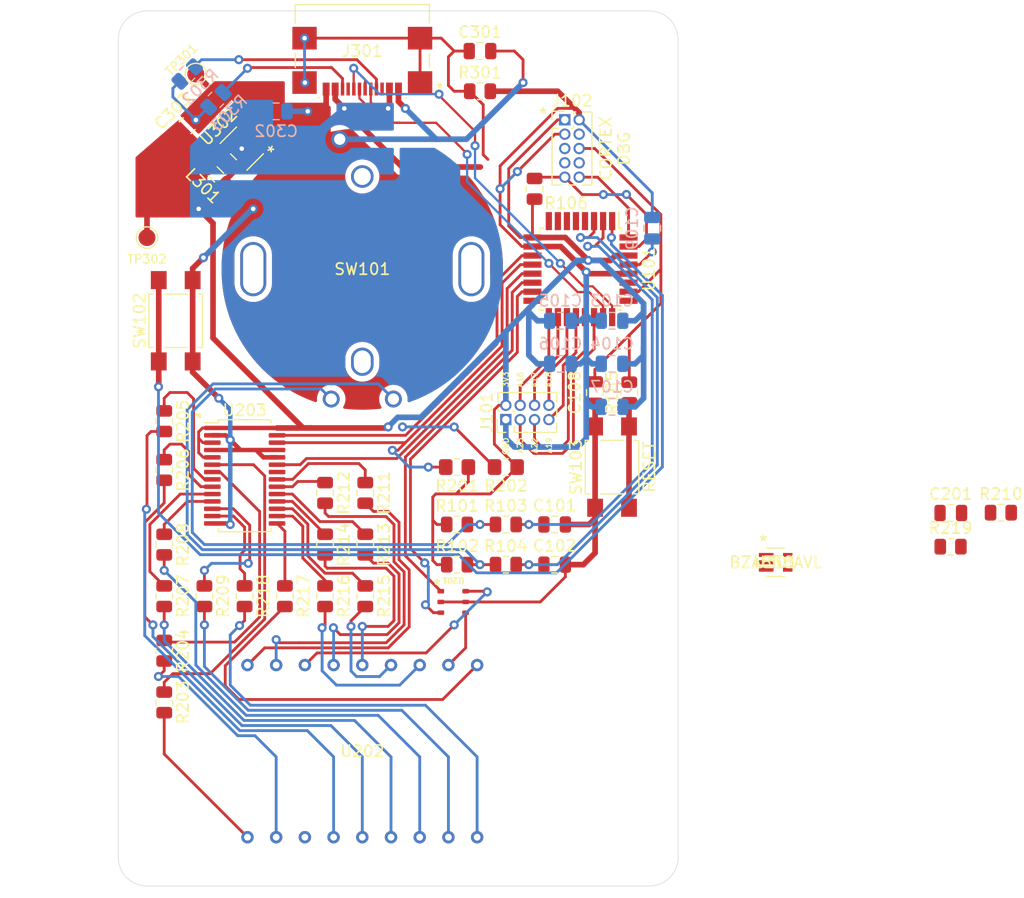
<source format=kicad_pcb>
(kicad_pcb (version 20211014) (generator pcbnew)
  (layers (0 "F.Cu" signal) (31 "B.Cu" signal) (34 "B.Paste" user) (35 "F.Paste" user) (36 "B.SilkS" user "B.Silkscreen") (37 "F.SilkS" user "F.Silkscreen") (38 "B.Mask" user) (39 "F.Mask" user) (44 "Edge.Cuts" user))
  (net 0 "")
  (net 1 "GND")
  (net 2 "Net-(C101-Pad1)")
  (net 3 "Net-(C102-Pad1)")
  (net 4 "Net-(C108-Pad1)")
  (net 5 "+3V3")
  (net 6 "Net-(C109-Pad1)")
  (net 7 "Net-(C301-Pad1)")
  (net 8 "+5V")
  (net 13 "Net-(J102-Pad9)")
  (net 14 "Net-(J102-Pad10)")
  (net 16 "Net-(J301-PadA5)")
  (net 17 "/USB & Power/USB_D-")
  (net 18 "/USB & Power/USB_D+")
  (net 20 "Net-(J301-PadB5)")
  (net 21 "Net-(L301-Pad1)")
  (net 22 "Net-(R101-Pad2)")
  (net 23 "Net-(R102-Pad2)")
  (net 24 "Net-(R105-Pad2)")
  (net 25 "/Segment display/SCL")
  (net 26 "/Segment display/SDA")
  (net 27 "Net-(R205-Pad2)")
  (net 28 "Net-(R208-Pad2)")
  (net 29 "Net-(J101-Pad3)")
  (net 30 "Net-(R209-Pad2)")
  (net 31 "/Segment display/EN")
  (net 32 "Net-(R203-Pad1)")
  (net 33 "Net-(R211-Pad1)")
  (net 34 "Net-(R211-Pad2)")
  (net 35 "Net-(R212-Pad1)")
  (net 36 "Net-(R212-Pad2)")
  (net 37 "Net-(R213-Pad1)")
  (net 38 "Net-(R213-Pad2)")
  (net 39 "Net-(R214-Pad1)")
  (net 40 "Net-(R214-Pad2)")
  (net 41 "Net-(R215-Pad1)")
  (net 42 "Net-(R215-Pad2)")
  (net 43 "Net-(R216-Pad1)")
  (net 44 "Net-(R216-Pad2)")
  (net 45 "Net-(R217-Pad1)")
  (net 46 "Net-(R217-Pad2)")
  (net 47 "Net-(SW102-Pad3)")
  (net 48 "Net-(R203-Pad2)")
  (net 49 "/Segment display/C1")
  (net 50 "/Segment display/C2")
  (net 53 "Net-(R204-Pad1)")
  (net 55 "Net-(R204-Pad2)")
  (net 63 "Net-(J101-Pad4)")
  (net 64 "Net-(J101-Pad5)")
  (net 65 "Net-(J101-Pad6)")
  (net 66 "Net-(J101-Pad7)")
  (net 67 "Net-(J101-Pad8)")
  (net 68 "Net-(R205-Pad1)")
  (net 69 "Net-(R206-Pad1)")
  (net 70 "Net-(R206-Pad2)")
  (net 71 "Net-(R207-Pad1)")
  (net 72 "Net-(R207-Pad2)")
  (net 73 "Net-(R208-Pad1)")
  (net 74 "Net-(R209-Pad1)")
  (net 75 "Net-(R218-Pad1)")
  (net 76 "Net-(R218-Pad2)")
  (net 77 "Net-(R219-Pad1)")
  (net 78 "Net-(U201-Pad2)")
  (net 79 "Net-(U201-Pad5)")
  (net 80 "unconnected-(U203-Pad23)")
  (footprint "Resistor_SMD:R_0805_2012Metric" (layer "F.Cu") (at 63.754 74.422 -90)
    (fp_text reference "R205")
    (fp_text value "330")
  )
  (footprint "Resistor_SMD:R_0805_2012Metric" (layer "F.Cu") (at 137.78 82.52)
    (fp_text reference "R210")
    (fp_text value "100k")
  )
  (footprint "Capacitor_SMD:C_0805_2012Metric" (layer "F.Cu") (at 101.854 71.882 -90)
    (fp_text reference "C108")
    (fp_text value "0.1u")
  )
  (footprint "Resistor_SMD:R_0805_2012Metric" (layer "F.Cu") (at 81.542391 89.916 -90)
    (fp_text reference "R215")
    (fp_text value "330")
  )
  (footprint "Capacitor_SMD:C_0805_2012Metric" (layer "F.Cu") (at 98.298 87.122)
    (fp_text reference "C102")
    (fp_text value "10n")
  )
  (footprint "USB4110-GF-A:USB4110-GF-A" (layer "F.Cu") (at 81.28 41.656 180)
    (fp_text reference "J301")
    (fp_text value "USB_C_Receptacle_USB2.0")
  )
  (footprint "TestPoint:TestPoint_Pad_D1.5mm" (layer "F.Cu") (at 66.548 43.688)
    (fp_text reference "TP301")
    (fp_text value "TestPoint")
  )
  (footprint "Inductor_SMD:L_0805_2012Metric" (layer "F.Cu") (at 68.326 52.578 135)
    (fp_text reference "L301")
    (fp_text value "10u")
  )
  (footprint "Capacitor_SMD:C_0805_2012Metric" (layer "F.Cu") (at 65.786 48.26 45)
    (fp_text reference "C303")
    (fp_text value "22u")
  )
  (footprint "Resistor_SMD:R_0805_2012Metric" (layer "F.Cu") (at 67.31 89.916 -90)
    (fp_text reference "R209")
    (fp_text value "330")
  )
  (footprint "MountingHole:MountingHole_2.2mm_M2_ISO7380" (layer "F.Cu") (at 106.68 40.64)
    (fp_text reference "REF**" hide)
    (fp_text value "MountingHole_2.2mm_M2_ISO7380")
  )
  (footprint "Resistor_SMD:R_0805_2012Metric" (layer "F.Cu") (at 104.902 71.882 -90)
    (fp_text reference "R105")
    (fp_text value "330")
  )
  (footprint "Resistor_SMD:R_0805_2012Metric" (layer "F.Cu") (at 63.754 85.344 -90)
    (fp_text reference "R208")
    (fp_text value "330")
  )
  (footprint "EVQV6:EVQV6" (layer "F.Cu") (at 81.28 60.96)
    (fp_text reference "SW101")
    (fp_text value "RotaryEncoder")
  )
  (footprint "Resistor_SMD:R_0805_2012Metric" (layer "F.Cu") (at 89.662 83.566)
    (fp_text reference "R101")
    (fp_text value "10K")
  )
  (footprint "Resistor_SMD:R_0805_2012Metric" (layer "F.Cu") (at 70.866 89.916 -90)
    (fp_text reference "R218")
    (fp_text value "330")
  )
  (footprint "Resistor_SMD:R_0805_2012Metric" (layer "F.Cu") (at 63.754 89.916 -90)
    (fp_text reference "R207")
    (fp_text value "330")
  )
  (footprint "Connector_PinHeader_1.27mm:PinHeader_2x05_P1.27mm_Vertical" (layer "F.Cu") (at 99.197 47.742)
    (fp_text reference "J102")
    (fp_text value "Cortex Debug")
  )
  (footprint "Resistor_SMD:R_0805_2012Metric_Pad1.20x1.40mm_HandSolder" (layer "F.Cu") (at 93.98 78.486 180)
    (fp_text reference "R202")
    (fp_text value "4k7")
  )
  (footprint "Resistor_SMD:R_0805_2012Metric" (layer "F.Cu") (at 81.542391 85.344 -90)
    (fp_text reference "R213")
    (fp_text value "330")
  )
  (footprint "Resistor_SMD:R_0805_2012Metric" (layer "F.Cu") (at 77.986391 85.344 -90)
    (fp_text reference "R214")
    (fp_text value "330")
  )
  (footprint "Resistor_SMD:R_0805_2012Metric_Pad1.20x1.40mm_HandSolder" (layer "F.Cu") (at 89.662 78.486 180)
    (fp_text reference "R201")
    (fp_text value "4k7")
  )
  (footprint "Resistor_SMD:R_0805_2012Metric" (layer "F.Cu") (at 91.694 45.212)
    (fp_text reference "R301")
    (fp_text value "1M")
  )
  (footprint "Resistor_SMD:R_0805_2012Metric" (layer "F.Cu") (at 93.98 83.566)
    (fp_text reference "R103")
    (fp_text value "10K")
  )
  (footprint "XC9265A331MR-G:XC9265A331MR-G" (layer "F.Cu") (at 70.612 50.292 -135)
    (fp_text reference "U302")
    (fp_text value "XC9265A331MR-G")
  )
  (footprint "LTP-3784E:LTP-3784E" (layer "F.Cu") (at 81.28 103.632 90)
    (fp_text reference "U202")
    (fp_text value "LTP-3784E")
  )
  (footprint "TL3305A:SW_SPST_TL3305A" (layer "F.Cu") (at 64.77 65.532 90)
    (fp_text reference "SW102")
    (fp_text value "KBPush")
  )
  (footprint "QS6K1FRA:QS6K1FRA" (layer "F.Cu") (at 89.324 90.424 -90)
    (fp_text reference "U201")
    (fp_text value "QS6K1FRATR")
  )
  (footprint "Resistor_SMD:R_0805_2012Metric" (layer "F.Cu") (at 133.33 85.53)
    (fp_text reference "R219")
    (fp_text value "6k8")
  )
  (footprint "Capacitor_SMD:C_0805_2012Metric" (layer "F.Cu") (at 133.35 82.55)
    (fp_text reference "C201")
    (fp_text value "0.1u")
  )
  (footprint "Capacitor_SMD:C_0805_2012Metric" (layer "F.Cu") (at 91.694 41.656)
    (fp_text reference "C301")
    (fp_text value "5n")
  )
  (footprint "Resistor_SMD:R_0805_2012Metric" (layer "F.Cu") (at 77.986391 89.916 -90)
    (fp_text reference "R216")
    (fp_text value "330")
  )
  (footprint "Resistor_SMD:R_0805_2012Metric" (layer "F.Cu") (at 81.542391 80.772 -90)
    (fp_text reference "R211")
    (fp_text value "330")
  )
  (footprint "Package_SO:TSSOP-28_4.4x9.7mm_P0.65mm" (layer "F.Cu") (at 70.874391 79.248)
    (fp_text reference "U203")
    (fp_text value "IS32FL3238")
  )
  (footprint "Resistor_SMD:R_0805_2012Metric" (layer "F.Cu") (at 74.430391 89.916 -90)
    (fp_text reference "R217")
    (fp_text value "330")
  )
  (footprint "Resistor_SMD:R_0805_2012Metric" (layer "F.Cu") (at 93.98 87.122)
    (fp_text reference "R104")
    (fp_text value "10K")
  )
  (footprint "Resistor_SMD:R_0805_2012Metric" (layer "F.Cu") (at 96.52 53.848 -90)
    (fp_text reference "R106")
    (fp_text value "1k")
  )
  (footprint "Capacitor_SMD:C_0805_2012Metric" (layer "F.Cu") (at 98.298 83.566)
    (fp_text reference "C101")
    (fp_text value "10n")
  )
  (footprint "MountingHole:MountingHole_2.2mm_M2_ISO7380" (layer "F.Cu") (at 106.68 113.03)
    (fp_text reference "REF**" hide)
    (fp_text value "MountingHole_2.2mm_M2_ISO7380")
  )
  (footprint "Resistor_SMD:R_0805_2012Metric" (layer "F.Cu") (at 63.754 94.742 -90)
    (fp_text reference "R204")
    (fp_text value "330")
  )
  (footprint "BZA856AVL:BZA856AVL" (layer "F.Cu") (at 117.8542 86.9163)
    (fp_text reference "U301")
    (fp_text value "BZA856AVL")
  )
  (footprint "TL3305A:SW_SPST_TL3305A" (layer "F.Cu") (at 103.378 78.486 90)
    (fp_text reference "SW103")
    (fp_text value "RESET")
  )
  (footprint "MountingHole:MountingHole_2.2mm_M2_ISO7380" (layer "F.Cu") (at 62.23 40.64)
    (fp_text reference "REF**" hide)
    (fp_text value "MountingHole_2.2mm_M2_ISO7380")
  )
  (footprint "Resistor_SMD:R_0805_2012Metric" (layer "F.Cu") (at 89.662 87.122)
    (fp_text reference "R102")
    (fp_text value "10K")
  )
  (footprint "Resistor_SMD:R_0805_2012Metric" (layer "F.Cu") (at 77.986391 80.772 -90)
    (fp_text reference "R212")
    (fp_text value "330")
  )
  (footprint "Connector_PinHeader_1.27mm:PinHeader_2x04_P1.27mm_Vertical" (layer "F.Cu") (at 93.98 74.285 90)
    (fp_text reference "J101")
    (fp_text value "Breakout")
  )
  (footprint "Resistor_SMD:R_0805_2012Metric" (layer "F.Cu") (at 63.754 99.314 -90)
    (fp_text reference "R203")
    (fp_text value "330")
  )
  (footprint "TestPoint:TestPoint_Pad_D1.5mm" (layer "F.Cu") (at 62.23 58.166)
    (fp_text reference "TP302")
    (fp_text value "TestPoint")
  )
  (footprint "MountingHole:MountingHole_2.2mm_M2_ISO7380" (layer "F.Cu") (at 62.23 113.03)
    (fp_text reference "REF**" hide)
    (fp_text value "MountingHole_2.2mm_M2_ISO7380")
  )
  (footprint "Resistor_SMD:R_0805_2012Metric" (layer "F.Cu") (at 63.754 78.74 -90)
    (fp_text reference "R206")
    (fp_text value "330")
  )
  (footprint "Package_QFP:TQFP-32_7x7mm_P0.8mm" (layer "F.Cu") (at 100.584 60.96 -90)
    (fp_text reference "U101")
    (fp_text value "ATSAMDA1E14B-ABT")
  )
  (footprint "Resistor_SMD:R_0805_2012Metric" (layer "B.Cu") (at 65.786 43.688 45)
    (fp_text reference "R302")
    (fp_text value "10K")
  )
  (footprint "Resistor_SMD:R_0805_2012Metric" (layer "B.Cu") (at 68.326 45.974 45)
    (fp_text reference "R303")
    (fp_text value "10K")
  )
  (footprint "Capacitor_SMD:C_0805_2012Metric" (layer "B.Cu") (at 73.66 46.99)
    (fp_text reference "C302")
    (fp_text value "10u")
  )
  (footprint "Capacitor_SMD:C_0805_2012Metric" (layer "B.Cu") (at 103.378 73.152 180)
    (fp_text reference "C107")
    (fp_text value "10u")
  )
  (footprint "Capacitor_SMD:C_0805_2012Metric" (layer "B.Cu") (at 98.806 69.342)
    (fp_text reference "C106")
    (fp_text value "10u")
  )
  (footprint "Capacitor_SMD:C_0805_2012Metric" (layer "B.Cu") (at 103.378 65.532 180)
    (fp_text reference "C103")
    (fp_text value "0.1u")
  )
  (footprint "Capacitor_SMD:C_0805_2012Metric" (layer "B.Cu") (at 103.378 69.342 180)
    (fp_text reference "C104")
    (fp_text value "0.1u")
  )
  (footprint "Capacitor_SMD:C_0805_2012Metric" (layer "B.Cu") (at 106.934 57.338 90)
    (fp_text reference "C109")
    (fp_text value "1u")
  )
  (footprint "Capacitor_SMD:C_0805_2012Metric" (layer "B.Cu") (at 98.806 65.532)
    (fp_text reference "C105")
    (fp_text value "0.1u")
  )
  (gr_arc (start 62.23 115.57) (mid 60.433949 114.826051) (end 59.69 113.03) (layer "Edge.Cuts") (width 0.05))
  (gr_arc (start 109.22 113.03) (mid 108.476051 114.826051) (end 106.68 115.57) (layer "Edge.Cuts") (width 0.05))
  (gr_line (start 59.69 113.03) (end 59.69 40.64) (layer "Edge.Cuts") (width 0.05))
  (gr_line (start 106.68 115.57) (end 62.23 115.57) (layer "Edge.Cuts") (width 0.05))
  (gr_arc (start 106.68 38.1) (mid 108.476051 38.843949) (end 109.22 40.64) (layer "Edge.Cuts") (width 0.05))
  (gr_line (start 109.22 40.64) (end 109.22 113.03) (layer "Edge.Cuts") (width 0.05))
  (gr_arc (start 59.69 40.64) (mid 60.433949 38.843949) (end 62.23 38.1) (layer "Edge.Cuts") (width 0.05))
  (gr_line (start 62.23 38.1) (end 106.68 38.1) (layer "Edge.Cuts") (width 0.05))
  (gr_text "*" (at 97.282 47.244) (layer "F.SilkS") (effects (font (size 1 1))))
  (gr_text "A17" (at 96.52 71.491 90) (layer "F.SilkS") (effects (font (size 0.5 0.5) (thickness 0.1)) (justify left)))
  (gr_text "A22" (at 96.52 75.809 90) (layer "F.SilkS") (effects (font (size 0.5 0.5) (thickness 0.1)) (justify right)))
  (gr_text "A23" (at 95.25 75.809 90) (layer "F.SilkS") (effects (font (size 0.5 0.5) (thickness 0.1)) (justify right)))
  (gr_text "CORTEX\nDBG" (at 103.632 50.292 90) (layer "F.SilkS") (effects (font (size 1 1))))
  (gr_text "3V3" (at 93.98 71.491 90) (layer "F.SilkS") (effects (font (size 0.5 0.5) (thickness 0.1)) (justify left)))
  (gr_text "*" (at 66.802 74.168) (layer "F.SilkS") (effects (font (size 0.75 0.75) (thickness 0.1875))))
  (gr_text "*" (at 87.884 88.9) (layer "F.SilkS") (effects (font (size 0.75 0.75) (thickness 0.1875))))
  (gr_text "RESET" (at 106.68 78.486 90) (layer "F.SilkS") (effects (font (size 1 1))))
  (gr_text "GND" (at 93.98 75.809 90) (layer "F.SilkS") (effects (font (size 0.5 0.5) (thickness 0.1)) (justify right)))
  (gr_text "A16" (at 95.25 71.491 90) (layer "F.SilkS") (effects (font (size 0.5 0.5) (thickness 0.1)) (justify left)))
  (gr_text "A18" (at 97.79 71.491 90) (layer "F.SilkS") (effects (font (size 0.5 0.5) (thickness 0.1)) (justify left)))
  (gr_text "A19" (at 97.79 75.809 90) (layer "F.SilkS") (effects (font (size 0.5 0.5) (thickness 0.1)) (justify right)))
  (segment (start 88.224 90.424) (end 90.424 90.424) (width 0.25) (layer "F.Cu") (net 1))
  (segment (start 69.196 75.673) (end 68.011891 75.673) (width 0.4) (layer "F.Cu") (net 1))
  (segment (start 74.430391 84.1665) (end 74.430391 89.0035) (width 0.25) (layer "F.Cu") (net 1))
  (segment (start 66.27 61.932) (end 66.27 69.132) (width 0.5) (layer "F.Cu") (net 1))
  (segment (start 93.472 51.816) (end 98.559011 46.728989) (width 0.25) (layer "F.Cu") (net 1))
  (segment (start 66.548 43.688) (end 68.072 45.212) (width 0.5) (layer "F.Cu") (net 1))
  (segment (start 100.838 87.122) (end 101.878 86.082) (width 0.5) (layer "F.Cu") (net 1))
  (segment (start 99.248 88.204) (end 99.248 87.122) (width 0.25) (layer "F.Cu") (net 1))
  (segment (start 73.736891 83.473) (end 74.430391 84.1665) (width 0.25) (layer "F.Cu") (net 1))
  (segment (start 73.736891 77.623) (end 72.532 77.623) (width 0.4) (layer "F.Cu") (net 1))
  (segment (start 101.092 61.214) (end 101.238 61.36) (width 0.5) (layer "F.Cu") (net 1))
  (segment (start 99.248 87.122) (end 100.838 87.122) (width 0.5) (layer "F.Cu") (net 1))
  (segment (start 69.503 83.473) (end 68.011891 83.473) (width 0.4) (layer "F.Cu") (net 1))
  (segment (start 69.596 83.566) (end 69.503 83.473) (width 0.4) (layer "F.Cu") (net 1))
  (segment (start 94.742 41.656) (end 95.504 42.418) (width 0.25) (layer "F.Cu") (net 1))
  (segment (start 101.878 86.082) (end 101.878 82.086) (width 0.5) (layer "F.Cu") (net 1))
  (segment (start 101.878 74.886) (end 101.878 72.856) (width 0.5) (layer "F.Cu") (net 1))
  (segment (start 98.559011 46.728989) (end 100.083011 46.728989) (width 0.25) (layer "F.Cu") (net 1))
  (segment (start 101.878 83.034) (end 101.878 82.086) (width 0.5) (layer "F.Cu") (net 1))
  (segment (start 70.496 76.973) (end 72.147 76.973) (width 0.4) (layer "F.Cu") (net 1))
  (segment (start 72.147 76.973) (end 71.244391 76.973) (width 0.4) (layer "F.Cu") (net 1))
  (segment (start 66.27 60.8965) (end 67.2225 59.944) (width 0.5) (layer "F.Cu") (net 1))
  (segment (start 99.197 49.012) (end 98.316598 49.012) (width 0.25) (layer "F.Cu") (net 1))
  (segment (start 101.092 61.214) (end 98.838 58.96) (width 0.5) (layer "F.Cu") (net 1))
  (segment (start 100.467 47.112978) (end 100.467 47.742) (width 0.5) (layer "F.Cu") (net 1))
  (segment (start 78.080001 45.0188) (end 78.080001 46.633999) (width 0.5) (layer "F.Cu") (net 1))
  (segment (start 95.504 44.45) (end 94.742 45.212) (width 0.5) (layer "F.Cu") (net 1))
  (segment (start 71.244391 76.973) (end 73.736891 76.973) (width 0.4) (layer "F.Cu") (net 1))
  (segment (start 101.878 82.086) (end 101.878 74.886) (width 0.5) (layer "F.Cu") (net 1))
  (segment (start 95.504 42.418) (end 95.504 44.45) (width 0.25) (layer "F.Cu") (net 1))
  (segment (start 72.532 77.623) (end 71.882 76.973) (width 0.4) (layer "F.Cu") (net 1))
  (segment (start 93.472 53.848) (end 93.472 51.816) (width 0.25) (layer "F.Cu") (net 1))
  (segment (start 94.742 45.212) (end 98.566022 45.212) (width 0.5) (layer "F.Cu") (net 1))
  (segment (start 101.238 61.36) (end 104.834 61.36) (width 0.5) (layer "F.Cu") (net 1))
  (segment (start 68.011891 76.973) (end 70.369 76.973) (width 0.4) (layer "F.Cu") (net 1))
  (segment (start 70.369 76.973) (end 71.244391 76.973) (width 0.4) (layer "F.Cu") (net 1))
  (segment (start 101.878 72.856) (end 101.854 72.832) (width 0.5) (layer "F.Cu") (net 1))
  (segment (start 100.083011 46.728989) (end 100.467 47.112978) (width 0.5) (layer "F.Cu") (net 1))
  (segment (start 98.566022 45.212) (end 100.083011 46.728989) (width 0.5) (layer "F.Cu") (net 1))
  (segment (start 84.480001 45.0188) (end 84.480001 46.126001) (width 0.5) (layer "F.Cu") (net 1))
  (segment (start 90.424 90.424) (end 97.028 90.424) (width 0.25) (layer "F.Cu") (net 1))
  (segment (start 66.27 61.932) (end 66.27 60.8965) (width 0.5) (layer "F.Cu") (net 1))
  (segment (start 93.472 53.848) (end 93.472 57.023717) (width 0.25) (layer "F.Cu") (net 1))
  (segment (start 99.248 83.566) (end 101.346 83.566) (width 0.5) (layer "F.Cu") (net 1))
  (segment (start 100.467 47.742) (end 100.467 47.381) (width 0.25) (layer "F.Cu") (net 1))
  (segment (start 92.644 41.656) (end 94.742 41.656) (width 0.25) (layer "F.Cu") (net 1))
  (segment (start 98.316598 49.012) (end 95.000299 52.328299) (width 0.25) (layer "F.Cu") (net 1))
  (segment (start 101.346 83.566) (end 101.878 83.034) (width 0.5) (layer "F.Cu") (net 1))
  (segment (start 69.596 76.073) (end 69.196 75.673) (width 0.4) (layer "F.Cu") (net 1))
  (segment (start 66.27 70.08) (end 66.27 69.132) (width 0.5) (layer "F.Cu") (net 1))
  (segment (start 93.472 57.023717) (end 95.408283 58.96) (width 0.25) (layer "F.Cu") (net 1))
  (segment (start 97.028 90.424) (end 99.248 88.204) (width 0.25) (layer "F.Cu") (net 1))
  (segment (start 71.599828 49.304172) (end 72.644 48.26) (width 0.5) (layer "F.Cu") (net 1))
  (segment (start 69.596 76.073) (end 70.496 76.973) (width 0.4) (layer "F.Cu") (net 1))
  (segment (start 84.480001 46.126001) (end 85.09 46.736) (width 0.5) (layer "F.Cu") (net 1))
  (segment (start 98.838 58.96) (end 96.334 58.96) (width 0.5) (layer "F.Cu") (net 1))
  (segment (start 68.58 72.39) (end 66.27 70.08) (width 0.5) (layer "F.Cu") (net 1))
  (segment (start 95.408283 58.96) (end 96.334 58.96) (width 0.25) (layer "F.Cu") (net 1))
  (segment (start 92.6065 45.212) (end 94.742 45.212) (width 0.5) (layer "F.Cu") (net 1))
  (via (at 71.628 55.626) (size 0.8) (drill 0.4) (layers "F.Cu" "B.Cu") (net 1))
  (via (at 67.2225 59.944) (size 0.8) (drill 0.4) (layers "F.Cu" "B.Cu") (net 1))
  (via (at 69.596 83.566) (size 0.8) (drill 0.4) (layers "F.Cu" "B.Cu") (net 1))
  (via (at 66.548 47.752) (size 0.8) (drill 0.4) (layers "F.Cu" "B.Cu") (net 1))
  (via (at 69.596 76.073) (size 0.8) (drill 0.4) (layers "F.Cu" "B.Cu") (net 1))
  (via (at 93.472 53.848) (size 0.8) (drill 0.4) (layers "F.Cu" "B.Cu") (net 1))
  (via (at 95.504 44.45) (size 0.8) (drill 0.4) (layers "F.Cu" "B.Cu") (net 1))
  (via (at 95.000299 52.328299) (size 0.8) (drill 0.4) (layers "F.Cu" "B.Cu") (net 1))
  (via (at 101.092 61.214) (size 0.8) (drill 0.4) (layers "F.Cu" "B.Cu") (net 1))
  (via (at 68.58 72.39) (size 0.8) (drill 0.4) (layers "F.Cu" "B.Cu") (net 1))
  (via (at 76.454 46.99) (size 0.8) (drill 0.4) (layers "F.Cu" "B.Cu") (net 1))
  (via (at 85.09 46.736) (size 0.8) (drill 0.4) (layers "F.Cu" "B.Cu") (net 1))
  (segment (start 101.092 68.834) (end 101.6 69.342) (width 0.5) (layer "B.Cu") (net 1))
  (segment (start 100.33 76.708) (end 94.742 76.708) (width 0.5) (layer "B.Cu") (net 1))
  (segment (start 94.742 76.708) (end 93.98 75.946) (width 0.5) (layer "B.Cu") (net 1))
  (segment (start 93.98 75.946) (end 93.98 74.285) (width 0.5) (layer "B.Cu") (net 1))
  (segment (start 69.596 76.073) (end 69.596 73.406) (width 0.4) (layer "B.Cu") (net 1))
  (segment (start 106.934 54.209) (end 100.467 47.742) (width 0.25) (layer "B.Cu") (net 1))
  (segment (start 64.516 44.958) (end 64.516 45.72) (width 0.25) (layer "B.Cu") (net 1))
  (segment (start 65.140765 44.333235) (end 64.516 44.958) (width 0.25) (layer "B.Cu") (net 1))
  (segment (start 64.516 45.72) (end 66.548 47.752) (width 0.25) (layer "B.Cu") (net 1))
  (segment (start 101.6 65.532) (end 102.428 65.532) (width 0.5) (layer "B.Cu") (net 1))
  (segment (start 95.504 44.45) (end 90.494 49.46) (width 0.5) (layer "B.Cu") (net 1))
  (segment (start 101.6 73.152) (end 102.428 73.152) (width 0.5) (layer "B.Cu") (net 1))
  (segment (start 85.09 46.736) (end 87.814 49.46) (width 0.5) (layer "B.Cu") (net 1))
  (segment (start 71.628 55.626) (end 71.5405 55.626) (width 0.5) (layer "B.Cu") (net 1))
  (segment (start 100.584 69.342) (end 99.756 69.342) (width 0.5) (layer "B.Cu") (net 1))
  (segment (start 95.000299 52.328299) (end 94.991701 52.328299) (width 0.25) (layer "B.Cu") (net 1))
  (segment (start 101.092 72.644) (end 101.6 73.152) (width 0.5) (layer "B.Cu") (net 1))
  (segment (start 74.61 46.99) (end 76.454 46.99) (width 0.5) (layer "B.Cu") (net 1))
  (segment (start 69.596 76.073) (end 69.596 83.566) (width 0.4) (layer "B.Cu") (net 1))
  (segment (start 100.584 65.532) (end 99.756 65.532) (width 0.5) (layer "B.Cu") (net 1))
  (segment (start 69.596 73.406) (end 68.58 72.39) (width 0.4) (layer "B.Cu") (net 1))
  (segment (start 101.6 69.342) (end 102.428 69.342) (width 0.5) (layer "B.Cu") (net 1))
  (segment (start 101.092 65.024) (end 100.584 65.532) (width 0.5) (layer "B.Cu") (net 1))
  (segment (start 67.680765 46.619235) (end 66.548 47.752) (width 0.25) (layer "B.Cu") (net 1))
  (segment (start 87.814 49.46) (end 79.28 49.46) (width 0.5) (layer "B.Cu") (net 1))
  (segment (start 101.092 68.834) (end 100.584 69.342) (width 0.5) (layer "B.Cu") (net 1))
  (segment (start 101.092 61.214) (end 101.092 72.644) (width 0.5) (layer "B.Cu") (net 1))
  (segment (start 101.092 72.644) (end 101.092 75.946) (width 0.5) (layer "B.Cu") (net 1))
  (segment (start 90.494 49.46) (end 87.814 49.46) (width 0.5) (layer "B.Cu") (net 1))
  (segment (start 94.991701 52.328299) (end 93.472 53.848) (width 0.25) (layer "B.Cu") (net 1))
  (segment (start 71.5405 55.626) (end 67.2225 59.944) (width 0.5) (layer "B.Cu") (net 1))
  (segment (start 101.092 75.946) (end 100.33 76.708) (width 0.5) (layer "B.Cu") (net 1))
  (segment (start 101.092 65.024) (end 101.6 65.532) (width 0.5) (layer "B.Cu") (net 1))
  (segment (start 106.934 56.388) (end 106.934 54.209) (width 0.25) (layer "B.Cu") (net 1))
  (segment (start 101.843961 58.938039) (end 102.584 58.198) (width 0.25) (layer "F.Cu") (net 2))
  (segment (start 102.584 58.198) (end 102.584 56.71) (width 0.25) (layer "F.Cu") (net 2))
  (segment (start 101.218791 58.938039) (end 101.843961 58.938039) (width 0.25) (layer "F.Cu") (net 2))
  (segment (start 96.012 83.566) (end 97.348 83.566) (width 0.25) (layer "F.Cu") (net 2))
  (segment (start 94.8925 83.566) (end 96.012 83.566) (width 0.25) (layer "F.Cu") (net 2))
  (via (at 96.012 83.566) (size 0.8) (drill 0.4) (layers "F.Cu" "B.Cu") (net 2))
  (via (at 101.218791 58.938039) (size 0.8) (drill 0.4) (layers "F.Cu" "B.Cu") (net 2))
  (segment (start 106.934 63.6665) (end 102.205539 58.938039) (width 0.25) (layer "B.Cu") (net 2))
  (segment (start 101.472282 83.566) (end 106.934 78.104282) (width 0.25) (layer "B.Cu") (net 2))
  (segment (start 96.012 83.566) (end 101.472282 83.566) (width 0.25) (layer "B.Cu") (net 2))
  (segment (start 106.934 78.104282) (end 106.934 63.6665) (width 0.25) (layer "B.Cu") (net 2))
  (segment (start 102.205539 58.938039) (end 101.218791 58.938039) (width 0.25) (layer "B.Cu") (net 2))
  (segment (start 101.784 57.681011) (end 101.784 56.71) (width 0.25) (layer "F.Cu") (net 3))
  (segment (start 101.299011 58.166) (end 101.784 57.681011) (width 0.25) (layer "F.Cu") (net 3))
  (segment (start 94.8925 87.122) (end 96.012 87.122) (width 0.25) (layer "F.Cu") (net 3))
  (segment (start 96.012 87.122) (end 97.348 87.122) (width 0.25) (layer "F.Cu") (net 3))
  (segment (start 100.584 58.166) (end 101.299011 58.166) (width 0.25) (layer "F.Cu") (net 3))
  (via (at 100.584 58.166) (size 0.8) (drill 0.4) (layers "F.Cu" "B.Cu") (net 3))
  (via (at 96.012 87.122) (size 0.8) (drill 0.4) (layers "F.Cu" "B.Cu") (net 3))
  (segment (start 102.069217 58.166) (end 100.584 58.166) (width 0.25) (layer "B.Cu") (net 3))
  (segment (start 107.38352 78.29048) (end 107.38352 63.480303) (width 0.25) (layer "B.Cu") (net 3))
  (segment (start 107.38352 63.480303) (end 102.069217 58.166) (width 0.25) (layer "B.Cu") (net 3))
  (segment (start 96.012 87.122) (end 98.552 87.122) (width 0.25) (layer "B.Cu") (net 3))
  (segment (start 98.552 87.122) (end 107.38352 78.29048) (width 0.25) (layer "B.Cu") (net 3))
  (segment (start 101.844 50.282) (end 100.467 50.282) (width 0.25) (layer "F.Cu") (net 4))
  (segment (start 105.156 66.548) (end 107.696 64.008) (width 0.25) (layer "F.Cu") (net 4))
  (segment (start 101.854 69.85) (end 104.902 66.802) (width 0.25) (layer "F.Cu") (net 4))
  (segment (start 105.696 62.96) (end 107.696 60.96) (width 0.25) (layer "F.Cu") (net 4))
  (segment (start 104.834 62.96) (end 105.696 62.96) (width 0.25) (layer "F.Cu") (net 4))
  (segment (start 104.902 70.9695) (end 104.902 66.802) (width 0.25) (layer "F.Cu") (net 4))
  (segment (start 107.696 60.96) (end 107.696 56.134) (width 0.25) (layer "F.Cu") (net 4))
  (segment (start 107.696 64.008) (end 107.696 60.96) (width 0.25) (layer "F.Cu") (net 4))
  (segment (start 107.696 56.134) (end 101.844 50.282) (width 0.25) (layer "F.Cu") (net 4))
  (segment (start 101.854 70.932) (end 101.854 69.85) (width 0.25) (layer "F.Cu") (net 4))
  (segment (start 104.902 66.802) (end 105.156 66.548) (width 0.25) (layer "F.Cu") (net 4))
  (segment (start 87.51304 86.75104) (end 87.884 87.122) (width 0.25) (layer "F.Cu") (net 5))
  (segment (start 66.802 55.626) (end 68.072 56.896) (width 0.5) (layer "F.Cu") (net 5))
  (segment (start 90.662 79.772) (end 89.5745 80.8595) (width 0.25) (layer "F.Cu") (net 5))
  (segment (start 76.801 75.023) (end 83.473 75.023) (width 0.5) (layer "F.Cu") (net 5))
  (segment (start 103.221978 60.198) (end 103.659978 59.76) (width 0.5) (layer "F.Cu") (net 5))
  (segment (start 98.562 47.742) (end 94.234 52.07) (width 0.25) (layer "F.Cu") (net 5))
  (segment (start 87.51304 81.13448) (end 87.51304 83.19504) (width 0.25) (layer "F.Cu") (net 5))
  (segment (start 73.736891 75.023) (end 76.801 75.023) (width 0.5) (layer "F.Cu") (net 5))
  (segment (start 68.072 56.896) (end 68.072 67.056) (width 0.5) (layer "F.Cu") (net 5))
  (segment (start 67.179 76.323) (end 66.802 75.946) (width 0.25) (layer "F.Cu") (net 5))
  (segment (start 92.964 76.454) (end 92.964 73.401989) (width 0.25) (layer "F.Cu") (net 5))
  (segment (start 92.964 73.401989) (end 93.350989 73.015) (width 0.25) (layer "F.Cu") (net 5))
  (segment (start 76.039 75.023) (end 76.801 75.023) (width 0.5) (layer "F.Cu") (net 5))
  (segment (start 83.473 75.023) (end 83.566 74.93) (width 0.5) (layer "F.Cu") (net 5))
  (segment (start 87.884 87.122) (end 88.7495 87.122) (width 0.25) (layer "F.Cu") (net 5))
  (segment (start 103.659978 59.76) (end 104.834 59.76) (width 0.5) (layer "F.Cu") (net 5))
  (segment (start 88.7495 83.566) (end 87.884 83.566) (width 0.25) (layer "F.Cu") (net 5))
  (segment (start 101.277376 60.198) (end 103.221978 60.198) (width 0.5) (layer "F.Cu") (net 5))
  (segment (start 68.011891 75.023) (end 67.143515 75.023) (width 0.25) (layer "F.Cu") (net 5))
  (segment (start 90.662 78.486) (end 90.662 79.772) (width 0.25) (layer "F.Cu") (net 5))
  (segment (start 99.239376 58.16) (end 96.334 58.16) (width 0.5) (layer "F.Cu") (net 5))
  (segment (start 94.98 78.47) (end 92.964 76.454) (width 0.25) (layer "F.Cu") (net 5))
  (segment (start 68.011891 75.023) (end 73.736891 75.023) (width 0.4) (layer "F.Cu") (net 5))
  (segment (start 95.244 58.16) (end 96.334 58.16) (width 0.25) (layer "F.Cu") (net 5))
  (segment (start 67.209 77.623) (end 68.011891 77.623) (width 0.25) (layer "F.Cu") (net 5))
  (segment (start 94.234 57.15) (end 95.244 58.16) (width 0.25) (layer "F.Cu") (net 5))
  (segment (start 68.072 67.056) (end 76.039 75.023) (width 0.5) (layer "F.Cu") (net 5))
  (segment (start 99.197 47.742) (end 98.562 47.742) (width 0.25) (layer "F.Cu") (net 5))
  (segment (start 68.011891 76.323) (end 67.179 76.323) (width 0.25) (layer "F.Cu") (net 5))
  (segment (start 96.52 54.7605) (end 96.334 54.9465) (width 0.25) (layer "F.Cu") (net 5))
  (segment (start 62.23 58.166) (end 62.23 56.134) (width 0.5) (layer "F.Cu") (net 5))
  (segment (start 66.802 77.216) (end 67.209 77.623) (width 0.25) (layer "F.Cu") (net 5))
  (segment (start 87.78802 80.8595) (end 87.51304 81.13448) (width 0.25) (layer "F.Cu") (net 5))
  (segment (start 89.5745 80.8595) (end 87.78802 80.8595) (width 0.25) (layer "F.Cu") (net 5))
  (segment (start 66.802 75.946) (end 66.802 77.216) (width 0.25) (layer "F.Cu") (net 5))
  (segment (start 94.98 78.486) (end 92.6065 80.8595) (width 0.25) (layer "F.Cu") (net 5))
  (segment (start 101.267938 60.188562) (end 99.239376 58.16) (width 0.5) (layer "F.Cu") (net 5))
  (segment (start 66.802 75.364515) (end 66.802 75.946) (width 0.25) (layer "F.Cu") (net 5))
  (segment (start 94.234 52.07) (end 94.234 57.15) (width 0.25) (layer "F.Cu") (net 5))
  (segment (start 94.98 78.486) (end 94.98 78.47) (width 0.25) (layer "F.Cu") (net 5))
  (segment (start 93.350989 73.015) (end 93.98 73.015) (width 0.25) (layer "F.Cu") (net 5))
  (segment (start 67.143515 75.023) (end 66.802 75.364515) (width 0.25) (layer "F.Cu") (net 5))
  (segment (start 87.51304 83.93696) (end 87.51304 86.75104) (width 0.25) (layer "F.Cu") (net 5))
  (segment (start 101.267938 60.188562) (end 101.277376 60.198) (width 0.5) (layer "F.Cu") (net 5))
  (segment (start 96.334 54.9465) (end 96.334 58.16) (width 0.25) (layer "F.Cu") (net 5))
  (segment (start 87.51304 83.19504) (end 87.51304 83.93696) (width 0.25) (layer "F.Cu") (net 5))
  (segment (start 92.6065 80.8595) (end 89.5745 80.8595) (width 0.25) (layer "F.Cu") (net 5))
  (segment (start 87.51304 83.19504) (end 87.884 83.566) (width 0.25) (layer "F.Cu") (net 5))
  (via (at 101.267938 60.188562) (size 0.8) (drill 0.4) (layers "F.Cu" "B.Cu") (net 5))
  (via (at 66.802 55.626) (size 0.8) (drill 0.4) (layers "F.Cu" "B.Cu") (net 5))
  (via (at 83.566 74.93) (size 0.8) (drill 0.4) (layers "F.Cu" "B.Cu") (net 5))
  (segment (start 105.41 65.532) (end 104.328 65.532) (width 0.5) (layer "B.Cu") (net 5))
  (segment (start 96.358695 64.100695) (end 93.98 66.47939) (width 0.5) (layer "B.Cu") (net 5))
  (segment (start 106.172 64.262) (end 106.172 64.77) (width 0.5) (layer "B.Cu") (net 5))
  (segment (start 101.267938 60.188562) (end 100.270829 60.188562) (width 0.5) (layer "B.Cu") (net 5))
  (segment (start 84.415511 74.080489) (end 83.566 74.93) (width 0.5) (layer "B.Cu") (net 5))
  (segment (start 105.41 73.152) (end 104.328 73.152) (width 0.5) (layer "B.Cu") (net 5))
  (segment (start 106.172 68.58) (end 105.41 69.342) (width 0.5) (layer "B.Cu") (net 5))
  (segment (start 93.98 66.47939) (end 93.98 73.015) (width 0.5) (layer "B.Cu") (net 5))
  (segment (start 96.012 68.58) (end 96.012 64.77) (width 0.5) (layer "B.Cu") (net 5))
  (segment (start 100.270829 60.188562) (end 96.358695 64.100695) (width 0.5) (layer "B.Cu") (net 5))
  (segment (start 93.98 66.47939) (end 93.98 66.548) (width 0.5) (layer "B.Cu") (net 5))
  (segment (start 86.447511 74.080489) (end 84.415511 74.080489) (width 0.5) (layer "B.Cu") (net 5))
  (segment (start 96.774 65.532) (end 97.856 65.532) (width 0.5) (layer "B.Cu") (net 5))
  (segment (start 96.358695 64.100695) (end 96.012 64.447391) (width 0.5) (layer "B.Cu") (net 5))
  (segment (start 106.172 67.818) (end 106.172 68.58) (width 0.5) (layer "B.Cu") (net 5))
  (segment (start 106.172 72.39) (end 105.41 73.152) (width 0.5) (layer "B.Cu") (net 5))
  (segment (start 106.172 64.77) (end 105.41 65.532) (width 0.5) (layer "B.Cu") (net 5))
  (segment (start 106.172 64.008) (end 106.172 64.262) (width 0.5) (layer "B.Cu") (net 5))
  (segment (start 96.012 64.77) (end 96.774 65.532) (width 0.5) (layer "B.Cu") (net 5))
  (segment (start 96.774 69.342) (end 97.856 69.342) (width 0.5) (layer "B.Cu") (net 5))
  (segment (start 105.41 69.342) (end 104.328 69.342) (width 0.5) (layer "B.Cu") (net 5))
  (segment (start 106.172 64.262) (end 106.172 67.818) (width 0.5) (layer "B.Cu") (net 5))
  (segment (start 101.267938 60.188562) (end 102.352562 60.188562) (width 0.5) (layer "B.Cu") (net 5))
  (segment (start 96.012 64.447391) (end 96.012 64.77) (width 0.5) (layer "B.Cu") (net 5))
  (segment (start 106.172 67.818) (end 106.172 72.39) (width 0.5) (layer "B.Cu") (net 5))
  (segment (start 96.012 68.58) (end 96.774 69.342) (width 0.5) (layer "B.Cu") (net 5))
  (segment (start 93.98 66.548) (end 86.447511 74.080489) (width 0.5) (layer "B.Cu") (net 5))
  (segment (start 102.352562 60.188562) (end 106.172 64.008) (width 0.5) (layer "B.Cu") (net 5))
  (segment (start 104.834 60.56) (end 105.81 60.56) (width 0.25) (layer "F.Cu") (net 6))
  (segment (start 105.81 60.56) (end 106.934 59.436) (width 0.25) (layer "F.Cu") (net 6))
  (via (at 106.934 59.436) (size 0.8) (drill 0.4) (layers "F.Cu" "B.Cu") (net 6))
  (segment (start 106.934 59.436) (end 106.934 58.288) (width 0.25) (layer "B.Cu") (net 6))
  (segment (start 88.9 42.164) (end 88.9 44.704) (width 0.25) (layer "F.Cu") (net 7))
  (segment (start 89.408 41.656) (end 88.9 42.164) (width 0.25) (layer "F.Cu") (net 7))
  (segment (start 88.2658 40.5138) (end 86.39 40.5138) (width 0.25) (layer "F.Cu") (net 7))
  (segment (start 91.97825 46.40875) (end 90.7815 45.212) (width 0.25) (layer "F.Cu") (net 7))
  (segment (start 86.39 40.5138) (end 86.39 44.4438) (width 0.25) (layer "F.Cu") (net 7))
  (segment (start 89.408 41.656) (end 88.2658 40.5138) (width 0.25) (layer "F.Cu") (net 7))
  (segment (start 90.744 41.656) (end 89.408 41.656) (width 0.25) (layer "F.Cu") (net 7))
  (segment (start 86.39 40.5138) (end 76.17 40.5138) (width 0.25) (layer "F.Cu") (net 7))
  (segment (start 91.97825 50.83025) (end 91.97825 46.40875) (width 0.25) (layer "F.Cu") (net 7))
  (segment (start 89.408 45.212) (end 90.7815 45.212) (width 0.25) (layer "F.Cu") (net 7))
  (segment (start 92.396397 51.248397) (end 91.97825 50.83025) (width 0.25) (layer "F.Cu") (net 7))
  (segment (start 88.9 44.704) (end 89.408 45.212) (width 0.25) (layer "F.Cu") (net 7))
  (via (at 76.2 44.45) (size 0.8) (drill 0.4) (layers "F.Cu" "B.Cu") (net 7))
  (via (at 76.17 40.5138) (size 0.8) (drill 0.4) (layers "F.Cu" "B.Cu") (net 7))
  (segment (start 76.17 40.5138) (end 76.17 44.42) (width 0.25) (layer "B.Cu") (net 7))
  (segment (start 76.17 44.42) (end 76.2 44.45) (width 0.25) (layer "B.Cu") (net 7))
  (segment (start 83.68 46.622) (end 83.68 45.0188) (width 0.5) (layer "F.Cu") (net 8))
  (segment (start 70.866 50.546) (end 71.687078 50.546) (width 0.5) (layer "F.Cu") (net 8))
  (segment (start 79.756 46.867721) (end 84.808399 51.92012) (width 0.5) (layer "F.Cu") (net 8))
  (segment (start 84.808399 51.92012) (end 91.724674 51.92012) (width 0.5) (layer "F.Cu") (net 8))
  (segment (start 70.612 50.292) (end 70.358 50.038) (width 0.5) (layer "F.Cu") (net 8))
  (segment (start 71.687078 50.546) (end 72.264367 49.968711) (width 0.5) (layer "F.Cu") (net 8))
  (segment (start 70.358 49.216922) (end 70.935289 48.639633) (width 0.5) (layer "F.Cu") (net 8))
  (segment (start 83.566 46.736) (end 83.68 46.622) (width 0.5) (layer "F.Cu") (net 8))
  (segment (start 78.88 45.925861) (end 78.88 45.0188) (width 0.5) (layer "F.Cu") (net 8))
  (segment (start 70.612 50.292) (end 70.866 50.546) (width 0.5) (layer "F.Cu") (net 8))
  (segment (start 70.358 50.038) (end 70.358 49.216922) (width 0.5) (layer "F.Cu") (net 8))
  (segment (start 79.756 46.801861) (end 79.756 46.867721) (width 0.5) (layer "F.Cu") (net 8))
  (segment (start 79.756 46.801861) (end 78.88 45.925861) (width 0.5) (layer "F.Cu") (net 8))
  (via (at 79.690139 46.736) (size 0.8) (drill 0.4) (layers "F.Cu" "B.Cu") (net 8))
  (via (at 83.566 46.736) (size 0.8) (drill 0.4) (layers "F.Cu" "B.Cu") (net 8))
  (via (at 70.612 50.292) (size 0.8) (drill 0.4) (layers "F.Cu" "B.Cu") (net 8))
  (segment (start 106.426 56.125402) (end 106.426 58.292022) (width 0.25) (layer "F.Cu") (net 13))
  (segment (start 99.197 52.822) (end 100.735299 54.360299) (width 0.25) (layer "F.Cu") (net 13))
  (segment (start 96.6335 52.822) (end 96.52 52.9355) (width 0.25) (layer "F.Cu") (net 13))
  (segment (start 106.426 58.292022) (end 105.758022 58.96) (width 0.25) (layer "F.Cu") (net 13))
  (segment (start 104.652299 54.351701) (end 106.426 56.125402) (width 0.25) (layer "F.Cu") (net 13))
  (segment (start 105.758022 58.96) (end 104.834 58.96) (width 0.25) (layer "F.Cu") (net 13))
  (segment (start 100.735299 54.360299) (end 102.611701 54.360299) (width 0.25) (layer "F.Cu") (net 13))
  (segment (start 99.197 52.822) (end 96.6335 52.822) (width 0.25) (layer "F.Cu") (net 13))
  (via (at 104.652299 54.351701) (size 0.8) (drill 0.4) (layers "F.Cu" "B.Cu") (net 13))
  (via (at 102.611701 54.360299) (size 0.8) (drill 0.4) (layers "F.Cu" "B.Cu") (net 13))
  (segment (start 104.643701 54.360299) (end 104.652299 54.351701) (width 0.25) (layer "B.Cu") (net 13))
  (segment (start 102.611701 54.360299) (end 104.643701 54.360299) (width 0.25) (layer "B.Cu") (net 13))
  (segment (start 104.834 55.558) (end 102.098 52.822) (width 0.25) (layer "F.Cu") (net 14))
  (segment (start 102.098 52.822) (end 100.467 52.822) (width 0.25) (layer "F.Cu") (net 14))
  (segment (start 104.834 58.16) (end 104.834 55.558) (width 0.25) (layer "F.Cu") (net 14))
  (segment (start 70.358 42.418) (end 80.802123 42.418) (width 0.25) (layer "F.Cu") (net 16))
  (segment (start 82.53 44.145877) (end 82.53 45.0188) (width 0.25) (layer "F.Cu") (net 16))
  (segment (start 80.802123 42.418) (end 82.53 44.145877) (width 0.25) (layer "F.Cu") (net 16))
  (via (at 70.358 42.418) (size 0.8) (drill 0.4) (layers "F.Cu" "B.Cu") (net 16))
  (segment (start 67.056 42.418) (end 66.431235 43.042765) (width 0.25) (layer "B.Cu") (net 16))
  (segment (start 70.358 42.418) (end 67.056 42.418) (width 0.25) (layer "B.Cu") (net 16))
  (segment (start 84.582 48.006) (end 83.194278 48.006) (width 0.2) (layer "F.Cu") (net 17))
  (segment (start 97.79 60.452) (end 100.33 62.992) (width 0.2) (layer "F.Cu") (net 17))
  (segment (start 87.810554 48.006) (end 84.582 48.006) (width 0.2) (layer "F.Cu") (net 17))
  (segment (start 102.584 64.23) (end 102.584 65.21) (width 0.2) (layer "F.Cu") (net 17))
  (segment (start 100.33 62.992) (end 101.346 62.992) (width 0.2) (layer "F.Cu") (net 17))
  (segment (start 83.194278 48.006) (end 81.03 45.841722) (width 0.2) (layer "F.Cu") (net 17))
  (segment (start 90.55425 50.8) (end 90.55425 50.749696) (width 0.2) (layer "F.Cu") (net 17))
  (segment (start 81.03 45.841722) (end 81.03 45.0188) (width 0.2) (layer "F.Cu") (net 17))
  (segment (start 82.030001 45.0188) (end 82.030001 46.18926) (width 0.2) (layer "F.Cu") (net 17))
  (segment (start 101.346 62.992) (end 102.584 64.23) (width 0.2) (layer "F.Cu") (net 17))
  (segment (start 82.030001 46.18926) (end 83.846741 48.006) (width 0.2) (layer "F.Cu") (net 17))
  (segment (start 90.55425 50.749696) (end 89.81188 50.007326) (width 0.2) (layer "F.Cu") (net 17))
  (segment (start 83.846741 48.006) (end 84.582 48.006) (width 0.2) (layer "F.Cu") (net 17))
  (segment (start 89.81188 50.007326) (end 87.810554 48.006) (width 0.2) (layer "F.Cu") (net 17))
  (via (at 97.79 60.452) (size 0.8) (drill 0.4) (layers "F.Cu" "B.Cu") (net 17))
  (via (at 90.55425 50.8) (size 0.8) (drill 0.4) (layers "F.Cu" "B.Cu") (net 17))
  (segment (start 90.55425 53.21625) (end 90.55425 50.8) (width 0.2) (layer "B.Cu") (net 17))
  (segment (start 97.79 60.452) (end 90.55425 53.21625) (width 0.2) (layer "B.Cu") (net 17))
  (segment (start 80.518 43.18) (end 80.518 45.006801) (width 0.2) (layer "F.Cu") (net 18))
  (segment (start 91.25375 50.038) (end 91.25375 48.762304) (width 0.2) (layer "F.Cu") (net 18))
  (segment (start 91.25375 48.762304) (end 91.155326 48.66388) (width 0.2) (layer "F.Cu") (net 18))
  (segment (start 88.068379 45.576933) (end 91.155326 48.66388) (width 0.2) (layer "F.Cu") (net 18))
  (segment (start 100.838 62.484) (end 101.658 62.484) (width 0.2) (layer "F.Cu") (net 18))
  (segment (start 80.518 43.18) (end 81.53 44.192) (width 0.2) (layer "F.Cu") (net 18))
  (segment (start 98.806 60.452) (end 100.838 62.484) (width 0.2) (layer "F.Cu") (net 18))
  (segment (start 81.53 44.192) (end 81.53 45.0188) (width 0.2) (layer "F.Cu") (net 18))
  (segment (start 88.068379 45.474407) (end 88.068379 45.576933) (width 0.2) (layer "F.Cu") (net 18))
  (segment (start 101.658 62.484) (end 103.384 64.21) (width 0.2) (layer "F.Cu") (net 18))
  (segment (start 80.518 45.006801) (end 80.529999 45.0188) (width 0.2) (layer "F.Cu") (net 18))
  (segment (start 103.384 64.21) (end 103.384 65.21) (width 0.2) (layer "F.Cu") (net 18))
  (via (at 98.806 60.452) (size 0.8) (drill 0.4) (layers "F.Cu" "B.Cu") (net 18))
  (via (at 88.068379 45.474407) (size 0.8) (drill 0.4) (layers "F.Cu" "B.Cu") (net 18))
  (via (at 80.518 43.18) (size 0.8) (drill 0.4) (layers "F.Cu" "B.Cu") (net 18))
  (via (at 91.25375 50.038) (size 0.8) (drill 0.4) (layers "F.Cu" "B.Cu") (net 18))
  (segment (start 91.25375 52.89975) (end 98.806 60.452) (width 0.2) (layer "B.Cu") (net 18))
  (segment (start 88.059972 45.466) (end 82.804 45.466) (width 0.2) (layer "B.Cu") (net 18))
  (segment (start 88.068379 45.474407) (end 88.059972 45.466) (width 0.2) (layer "B.Cu") (net 18))
  (segment (start 82.804 45.466) (end 80.518 43.18) (width 0.2) (layer "B.Cu") (net 18))
  (segment (start 91.25375 50.038) (end 91.25375 52.89975) (width 0.2) (layer "B.Cu") (net 18))
  (segment (start 78.558815 43.115989) (end 79.530001 44.087175) (width 0.25) (layer "F.Cu") (net 20))
  (segment (start 71.12 43.18) (end 71.184011 43.115989) (width 0.25) (layer "F.Cu") (net 20))
  (segment (start 79.530001 44.087175) (end 79.530001 45.0188) (width 0.25) (layer "F.Cu") (net 20))
  (segment (start 71.184011 43.115989) (end 78.558815 43.115989) (width 0.25) (layer "F.Cu") (net 20))
  (via (at 71.12 43.18) (size 0.8) (drill 0.4) (layers "F.Cu" "B.Cu") (net 20))
  (segment (start 71.12 43.18) (end 68.971235 45.328765) (width 0.25) (layer "B.Cu") (net 20))
  (segment (start 69.077301 53.329301) (end 69.077301 53.173737) (width 0.5) (layer "F.Cu") (net 21))
  (segment (start 69.077301 53.173737) (end 70.297691 51.953347) (width 0.5) (layer "F.Cu") (net 21))
  (segment (start 91.694 83.566) (end 93.0675 83.566) (width 0.25) (layer "F.Cu") (net 22))
  (segment (start 91.694 83.566) (end 90.5745 83.566) (width 0.25) (layer "F.Cu") (net 22))
  (via (at 91.694 83.566) (size 0.8) (drill 0.4) (layers "F.Cu" "B.Cu") (net 22))
  (segment (start 90.5745 83.566) (end 88.7965 85.344) (width 0.25) (layer "B.Cu") (net 22))
  (segment (start 91.694 83.566) (end 90.5745 83.566) (width 0.25) (layer "B.Cu") (net 22))
  (segment (start 88.7965 85.344) (end 67.31 85.344) (width 0.25) (layer "B.Cu") (net 22))
  (segment (start 68.258198 71.56952) (end 77.63952 71.56952) (width 0.25) (layer "B.Cu") (net 22))
  (segment (start 66.23552 84.26952) (end 66.23552 73.592198) (width 0.25) (layer "B.Cu") (net 22))
  (segment (start 67.31 85.344) (end 66.23552 84.26952) (width 0.25) (layer "B.Cu") (net 22))
  (segment (start 66.23552 73.592198) (end 68.258198 71.56952) (width 0.25) (layer "B.Cu") (net 22))
  (segment (start 77.63952 71.56952) (end 78.53 72.46) (width 0.25) (layer "B.Cu") (net 22))
  (segment (start 91.694 87.122) (end 90.5745 87.122) (width 0.25) (layer "F.Cu") (net 23))
  (segment (start 93.0675 87.122) (end 91.694 87.122) (width 0.25) (layer "F.Cu") (net 23))
  (via (at 91.694 87.122) (size 0.8) (drill 0.4) (layers "F.Cu" "B.Cu") (net 23))
  (segment (start 67.123802 85.79352) (end 65.786 84.455717) (width 0.25) (layer "B.Cu") (net 23))
  (segment (start 65.786 73.406) (end 68.072 71.12) (width 0.25) (layer "B.Cu") (net 23))
  (segment (start 82.69 71.12) (end 84.03 72.46) (width 0.25) (layer "B.Cu") (net 23))
  (segment (start 91.694 87.122) (end 90.36552 85.79352) (width 0.25) (layer "B.Cu") (net 23))
  (segment (start 68.072 71.12) (end 82.69 71.12) (width 0.25) (layer "B.Cu") (net 23))
  (segment (start 65.786 84.455717) (end 65.786 73.406) (width 0.25) (layer "B.Cu") (net 23))
  (segment (start 90.36552 85.79352) (end 67.123802 85.79352) (width 0.25) (layer "B.Cu") (net 23))
  (segment (start 104.878 74.886) (end 104.878 72.8185) (width 0.5) (layer "F.Cu") (net 24))
  (segment (start 104.878 72.8185) (end 104.902 72.7945) (width 0.5) (layer "F.Cu") (net 24))
  (segment (start 104.878 82.086) (end 104.878 74.886) (width 0.5) (layer "F.Cu") (net 24))
  (segment (start 85.093282 76.323) (end 84.416782 76.9995) (width 0.25) (layer "F.Cu") (net 25))
  (segment (start 73.736891 76.323) (end 85.093282 76.323) (width 0.25) (layer "F.Cu") (net 25))
  (segment (start 93.64744 62.19656) (end 95.284 60.56) (width 0.25) (layer "F.Cu") (net 25))
  (segment (start 87.122 78.486) (end 88.662 78.486) (width 0.25) (layer "F.Cu") (net 25))
  (segment (start 85.093282 76.323) (end 93.64744 67.768842) (width 0.25) (layer "F.Cu") (net 25))
  (segment (start 93.64744 67.768842) (end 93.64744 62.19656) (width 0.25) (layer "F.Cu") (net 25))
  (segment (start 95.284 60.56) (end 96.334 60.56) (width 0.25) (layer "F.Cu") (net 25))
  (segment (start 84.416782 76.9995) (end 83.942701 76.9995) (width 0.25) (layer "F.Cu") (net 25))
  (via (at 87.122 78.486) (size 0.8) (drill 0.4) (layers "F.Cu" "B.Cu") (net 25))
  (via (at 83.942701 76.9995) (size 0.8) (drill 0.4) (layers "F.Cu" "B.Cu") (net 25))
  (segment (start 85.429201 78.486) (end 87.122 78.486) (width 0.25) (layer "B.Cu") (net 25))
  (segment (start 83.942701 76.9995) (end 85.429201 78.486) (width 0.25) (layer "B.Cu") (net 25))
  (segment (start 93.19792 67.582644) (end 93.19792 61.972058) (width 0.25) (layer "F.Cu") (net 26))
  (segment (start 93.19792 61.972058) (end 95.409978 59.76) (width 0.25) (layer "F.Cu") (net 26))
  (segment (start 85.107564 75.673) (end 86.105282 74.675282) (width 0.25) (layer "F.Cu") (net 26))
  (segment (start 85.850564 74.93) (end 93.19792 67.582644) (width 0.25) (layer "F.Cu") (net 26))
  (segment (start 95.409978 59.76) (end 96.334 59.76) (width 0.25) (layer "F.Cu") (net 26))
  (segment (start 89.429017 74.935017) (end 89.413017 74.935017) (width 0.25) (layer "F.Cu") (net 26))
  (segment (start 73.736891 75.673) (end 85.107564 75.673) (width 0.25) (layer "F.Cu") (net 26))
  (segment (start 92.98 78.486) (end 89.429017 74.935017) (width 0.25) (layer "F.Cu") (net 26))
  (segment (start 84.836 74.93) (end 85.850564 74.93) (width 0.25) (layer "F.Cu") (net 26))
  (via (at 89.413017 74.935017) (size 0.8) (drill 0.4) (layers "F.Cu" "B.Cu") (net 26))
  (via (at 84.836 74.93) (size 0.8) (drill 0.4) (layers "F.Cu" "B.Cu") (net 26))
  (segment (start 89.408 74.93) (end 84.836 74.93) (width 0.25) (layer "B.Cu") (net 26))
  (segment (start 89.413017 74.935017) (end 89.408 74.93) (width 0.25) (layer "B.Cu") (net 26))
  (segment (start 62.5875 75.3345) (end 62.23 75.692) (width 0.25) (layer "F.Cu") (net 27))
  (segment (start 62.23 82.159684) (end 62.175687 82.213997) (width 0.25) (layer "F.Cu") (net 27))
  (segment (start 62.23 75.692) (end 62.23 81.28) (width 0.25) (layer "F.Cu") (net 27))
  (segment (start 63.754 75.3345) (end 62.5875 75.3345) (width 0.25) (layer "F.Cu") (net 27))
  (segment (start 62.23 81.28) (end 62.23 82.159684) (width 0.25) (layer "F.Cu") (net 27))
  (via (at 62.175687 82.213997) (size 0.8) (drill 0.4) (layers "F.Cu" "B.Cu") (net 27))
  (segment (start 62.029986 82.359698) (end 62.029986 93.402571) (width 0.25) (layer "B.Cu") (net 27))
  (segment (start 76.4156 101.8156) (end 78.74 104.14) (width 0.25) (layer "B.Cu") (net 27))
  (segment (start 70.443015 101.8156) (end 76.4156 101.8156) (width 0.25) (layer "B.Cu") (net 27))
  (segment (start 62.029986 93.402571) (end 70.443015 101.8156) (width 0.25) (layer "B.Cu") (net 27))
  (segment (start 62.175687 82.213997) (end 62.029986 82.359698) (width 0.25) (layer "B.Cu") (net 27))
  (segment (start 78.74 104.14) (end 78.74 111.252) (width 0.25) (layer "B.Cu") (net 27))
  (segment (start 63.754 86.2565) (end 63.754 87.63) (width 0.25) (layer "F.Cu") (net 28))
  (via (at 63.754 87.63) (size 0.8) (drill 0.4) (layers "F.Cu" "B.Cu") (net 28))
  (segment (start 66.548 96.013434) (end 71.001606 100.46704) (width 0.25) (layer "B.Cu") (net 28))
  (segment (start 66.548 90.424) (end 66.548 96.013434) (width 0.25) (layer "B.Cu") (net 28))
  (segment (start 71.001606 100.46704) (end 82.68704 100.46704) (width 0.25) (layer "B.Cu") (net 28))
  (segment (start 82.68704 100.46704) (end 86.36 104.14) (width 0.25) (layer "B.Cu") (net 28))
  (segment (start 63.754 87.63) (end 66.548 90.424) (width 0.25) (layer "B.Cu") (net 28))
  (segment (start 86.36 104.14) (end 86.36 111.252) (width 0.25) (layer "B.Cu") (net 28))
  (segment (start 95.25 76.063) (end 95.25 74.285) (width 0.25) (layer "F.Cu") (net 29))
  (segment (start 99.95904 76.307678) (end 98.992198 77.27452) (width 0.25) (layer "F.Cu") (net 29))
  (segment (start 99.95904 76.307678) (end 99.95904 69.843547) (width 0.25) (layer "F.Cu") (net 29))
  (segment (start 98.992198 77.27452) (end 96.46152 77.27452) (width 0.25) (layer "F.Cu") (net 29))
  (segment (start 101.784 68.018587) (end 99.95904 69.843547) (width 0.25) (layer "F.Cu") (net 29))
  (segment (start 101.784 65.21) (end 101.784 68.018587) (width 0.25) (layer "F.Cu") (net 29))
  (segment (start 96.46152 77.27452) (end 95.25 76.063) (width 0.25) (layer "F.Cu") (net 29))
  (segment (start 67.31 90.8285) (end 67.31 92.456) (width 0.25) (layer "F.Cu") (net 30))
  (via (at 67.31 92.456) (size 0.8) (drill 0.4) (layers "F.Cu" "B.Cu") (net 30))
  (segment (start 67.31 96.139717) (end 71.187803 100.01752) (width 0.25) (layer "B.Cu") (net 30))
  (segment (start 88.9 104.14) (end 88.9 111.252) (width 0.25) (layer "B.Cu") (net 30))
  (segment (start 67.31 92.456) (end 67.31 96.139717) (width 0.25) (layer "B.Cu") (net 30))
  (segment (start 71.187803 100.01752) (end 84.77752 100.01752) (width 0.25) (layer "B.Cu") (net 30))
  (segment (start 84.77752 100.01752) (end 88.9 104.14) (width 0.25) (layer "B.Cu") (net 30))
  (segment (start 67.818 96.774) (end 64.516 96.774) (width 0.25) (layer "F.Cu") (net 32))
  (segment (start 64.516 96.774) (end 63.754 97.536) (width 0.25) (layer "F.Cu") (net 32))
  (segment (start 68.011891 78.273) (end 71.650712 78.273) (width 0.25) (layer "F.Cu") (net 32))
  (segment (start 63.754 97.536) (end 63.754 98.4015) (width 0.25) (layer "F.Cu") (net 32))
  (segment (start 71.650712 78.273) (end 72.644 79.266288) (width 0.25) (layer "F.Cu") (net 32))
  (segment (start 72.644 91.948) (end 67.818 96.774) (width 0.25) (layer "F.Cu") (net 32))
  (segment (start 72.644 79.266288) (end 72.644 91.948) (width 0.25) (layer "F.Cu") (net 32))
  (segment (start 81.542391 78.74) (end 81.542391 79.8595) (width 0.25) (layer "F.Cu") (net 33))
  (segment (start 75.121391 79.573) (end 76.520871 78.17352) (width 0.25) (layer "F.Cu") (net 33))
  (segment (start 76.520871 78.17352) (end 80.975911 78.17352) (width 0.25) (layer "F.Cu") (net 33))
  (segment (start 73.736891 79.573) (end 75.121391 79.573) (width 0.25) (layer "F.Cu") (net 33))
  (segment (start 80.975911 78.17352) (end 81.542391 78.74) (width 0.25) (layer "F.Cu") (net 33))
  (segment (start 84.531911 83.379803) (end 84.531911 86.680367) (width 0.25) (layer "F.Cu") (net 34))
  (segment (start 83.574391 94.488) (end 72.644 94.488) (width 0.25) (layer "F.Cu") (net 34))
  (segment (start 82.270851 82.41296) (end 83.565069 82.41296) (width 0.25) (layer "F.Cu") (net 34))
  (segment (start 85.430951 92.63144) (end 83.574391 94.488) (width 0.25) (layer "F.Cu") (net 34))
  (segment (start 84.531911 86.680367) (end 85.430951 87.579409) (width 0.25) (layer "F.Cu") (net 34))
  (segment (start 83.565069 82.41296) (end 84.531911 83.379803) (width 0.25) (layer "F.Cu") (net 34))
  (segment (start 81.542391 81.6845) (end 82.270851 82.41296) (width 0.25) (layer "F.Cu") (net 34))
  (segment (start 85.430951 87.579409) (end 85.430951 92.63144) (width 0.25) (layer "F.Cu") (net 34))
  (segment (start 72.644 94.488) (end 71.12 96.012) (width 0.25) (layer "F.Cu") (net 34))
  (segment (start 77.882891 79.756) (end 77.986391 79.8595) (width 0.25) (layer "F.Cu") (net 35))
  (segment (start 75.107109 80.223) (end 75.574109 79.756) (width 0.25) (layer "F.Cu") (net 35))
  (segment (start 73.736891 80.223) (end 75.107109 80.223) (width 0.25) (layer "F.Cu") (net 35))
  (segment (start 75.574109 79.756) (end 77.882891 79.756) (width 0.25) (layer "F.Cu") (net 35))
  (segment (start 73.93498 94.03848) (end 73.66 93.7635) (width 0.25) (layer "F.Cu") (net 36))
  (segment (start 83.388193 94.03848) (end 75.692 94.03848) (width 0.25) (layer "F.Cu") (net 36))
  (segment (start 84.981431 91.694) (end 84.981431 92.445242) (width 0.25) (layer "F.Cu") (net 36))
  (segment (start 83.378871 82.86248) (end 84.082391 83.566) (width 0.25) (layer "F.Cu") (net 36))
  (segment (start 77.986391 81.6845) (end 77.986391 82.55) (width 0.25) (layer "F.Cu") (net 36))
  (segment (start 78.298871 82.86248) (end 83.378871 82.86248) (width 0.25) (layer "F.Cu") (net 36))
  (segment (start 84.082391 86.866565) (end 84.981431 87.765606) (width 0.25) (layer "F.Cu") (net 36))
  (segment (start 84.981431 87.765606) (end 84.981431 91.694) (width 0.25) (layer "F.Cu") (net 36))
  (segment (start 84.981431 92.445242) (end 83.388193 94.03848) (width 0.25) (layer "F.Cu") (net 36))
  (segment (start 77.986391 82.55) (end 78.298871 82.86248) (width 0.25) (layer "F.Cu") (net 36))
  (segment (start 75.692 94.03848) (end 73.93498 94.03848) (width 0.25) (layer "F.Cu") (net 36))
  (segment (start 84.082391 83.566) (end 84.082391 86.866565) (width 0.25) (layer "F.Cu") (net 36))
  (via (at 73.66 93.7635) (size 0.8) (drill 0.4) (layers "F.Cu" "B.Cu") (net 36))
  (segment (start 73.66 93.7635) (end 73.66 96.012) (width 0.25) (layer "B.Cu") (net 36))
  (segment (start 75.090645 80.873) (end 77.529645 83.312) (width 0.25) (layer "F.Cu") (net 37))
  (segment (start 77.529645 83.312) (end 80.422891 83.312) (width 0.25) (layer "F.Cu") (net 37))
  (segment (start 80.422891 83.312) (end 81.542391 84.4315) (width 0.25) (layer "F.Cu") (net 37))
  (segment (start 73.736891 80.873) (end 75.090645 80.873) (width 0.25) (layer "F.Cu") (net 37))
  (segment (start 84.531911 87.951803) (end 83.565069 86.98496) (width 0.25) (layer "F.Cu") (net 38))
  (segment (start 83.565069 86.98496) (end 82.270851 86.98496) (width 0.25) (layer "F.Cu") (net 38))
  (segment (start 79.327483 93.31398) (end 83.476975 93.31398) (width 0.25) (layer "F.Cu") (net 38))
  (segment (start 78.723503 92.71) (end 79.327483 93.31398) (width 0.25) (layer "F.Cu") (net 38))
  (segment (start 82.270851 86.98496) (end 81.542391 86.2565) (width 0.25) (layer "F.Cu") (net 38))
  (segment (start 83.476975 93.31398) (end 84.531911 92.259044) (width 0.25) (layer "F.Cu") (net 38))
  (segment (start 84.531911 92.259044) (end 84.531911 87.951803) (width 0.25) (layer "F.Cu") (net 38))
  (via (at 78.723503 92.71) (size 0.8) (drill 0.4) (layers "F.Cu" "B.Cu") (net 38))
  (segment (start 78.723503 92.71) (end 78.74 92.726497) (width 0.25) (layer "B.Cu") (net 38))
  (segment (start 78.74 92.726497) (end 78.74 96.012) (width 0.25) (layer "B.Cu") (net 38))
  (segment (start 75.077891 81.523) (end 77.986391 84.4315) (width 0.25) (layer "F.Cu") (net 39))
  (segment (start 73.736891 81.523) (end 75.077891 81.523) (width 0.25) (layer "F.Cu") (net 39))
  (segment (start 78.172589 87.43448) (end 83.378871 87.43448) (width 0.25) (layer "F.Cu") (net 40))
  (segment (start 77.986391 87.248282) (end 78.172589 87.43448) (width 0.25) (layer "F.Cu") (net 40))
  (segment (start 77.986391 86.2565) (end 77.986391 87.248282) (width 0.25) (layer "F.Cu") (net 40))
  (segment (start 84.082391 92.072846) (end 83.565757 92.58948) (width 0.25) (layer "F.Cu") (net 40))
  (segment (start 83.565757 92.58948) (end 81.28 92.58948) (width 0.25) (layer "F.Cu") (net 40))
  (segment (start 83.378871 87.43448) (end 84.082391 88.138) (width 0.25) (layer "F.Cu") (net 40))
  (segment (start 84.082391 88.138) (end 84.082391 91.694) (width 0.25) (layer "F.Cu") (net 40))
  (segment (start 84.082391 91.694) (end 84.082391 92.072846) (width 0.25) (layer "F.Cu") (net 40))
  (via (at 81.28 92.58948) (size 0.8) (drill 0.4) (layers "F.Cu" "B.Cu") (net 40))
  (segment (start 81.28 92.58948) (end 81.28 96.012) (width 0.25) (layer "B.Cu") (net 40))
  (segment (start 73.736891 82.173) (end 75.092173 82.173) (width 0.25) (layer "F.Cu") (net 41))
  (segment (start 75.092173 82.173) (end 76.462391 83.543218) (width 0.25) (layer "F.Cu") (net 41))
  (segment (start 76.462391 83.543218) (end 76.462391 86.36) (width 0.25) (layer "F.Cu") (net 41))
  (segment (start 76.462391 86.36) (end 77.986391 87.884) (width 0.25) (layer "F.Cu") (net 41))
  (segment (start 80.422891 87.884) (end 81.542391 89.0035) (width 0.25) (layer "F.Cu") (net 41))
  (segment (start 77.986391 87.884) (end 80.422891 87.884) (width 0.25) (layer "F.Cu") (net 41))
  (segment (start 80.280497 92.090394) (end 80.280497 92.58948) (width 0.25) (layer "F.Cu") (net 42))
  (segment (start 81.542391 90.8285) (end 80.280497 92.090394) (width 0.25) (layer "F.Cu") (net 42))
  (via (at 80.280497 92.58948) (size 0.8) (drill 0.4) (layers "F.Cu" "B.Cu") (net 42))
  (segment (start 80.280497 92.58948) (end 80.280497 96.536497) (width 0.25) (layer "B.Cu") (net 42))
  (segment (start 80.280497 96.536497) (end 80.772 97.028) (width 0.25) (layer "B.Cu") (net 42))
  (segment (start 80.772 97.028) (end 82.804 97.028) (width 0.25) (layer "B.Cu") (net 42))
  (segment (start 82.804 97.028) (end 83.82 96.012) (width 0.25) (layer "B.Cu") (net 42))
  (segment (start 76.012871 86.546198) (end 77.986391 88.519718) (width 0.25) (layer "F.Cu") (net 43))
  (segment (start 75.106455 82.823) (end 76.012871 83.729416) (width 0.25) (layer "F.Cu") (net 43))
  (segment (start 76.012871 83.729416) (end 76.012871 86.546198) (width 0.25) (layer "F.Cu") (net 43))
  (segment (start 77.986391 88.519718) (end 77.986391 89.0035) (width 0.25) (layer "F.Cu") (net 43))
  (segment (start 73.736891 82.823) (end 75.106455 82.823) (width 0.25) (layer "F.Cu") (net 43))
  (segment (start 77.724 92.71) (end 77.986391 92.447609) (width 0.25) (layer "F.Cu") (net 44))
  (segment (start 77.986391 92.447609) (end 77.986391 90.8285) (width 0.25) (layer "F.Cu") (net 44))
  (via (at 77.724 92.71) (size 0.8) (drill 0.4) (layers "F.Cu" "B.Cu") (net 44))
  (segment (start 77.724 96.52) (end 78.994 97.79) (width 0.25) (layer "B.Cu") (net 44))
  (segment (start 78.994 97.79) (end 84.582 97.79) (width 0.25) (layer "B.Cu") (net 44))
  (segment (start 77.724 92.71) (end 77.724 96.52) (width 0.25) (layer "B.Cu") (net 44))
  (segment (start 84.582 97.79) (end 86.36 96.012) (width 0.25) (layer "B.Cu") (net 44))
  (segment (start 70.866 85.852) (end 70.465495 86.252505) (width 0.25) (layer "F.Cu") (net 45))
  (segment (start 70.866 83.811386) (end 70.866 85.852) (width 0.25) (layer "F.Cu") (net 45))
  (segment (start 69.877614 82.823) (end 70.866 83.811386) (width 0.25) (layer "F.Cu") (net 45))
  (segment (start 68.011891 82.823) (end 69.877614 82.823) (width 0.25) (layer "F.Cu") (net 45))
  (segment (start 70.465495 86.252505) (end 70.465495 87.483495) (width 0.25) (layer "F.Cu") (net 45))
  (segment (start 70.465495 87.483495) (end 70.866 87.884) (width 0.25) (layer "F.Cu") (net 45))
  (segment (start 70.866 87.884) (end 70.866 89.0035) (width 0.25) (layer "F.Cu") (net 45))
  (segment (start 74.430391 90.8285) (end 74.399217 90.8285) (width 0.25) (layer "F.Cu") (net 46))
  (segment (start 69.151859 96.075859) (end 69.151859 97.853859) (width 0.25) (layer "F.Cu") (net 46))
  (segment (start 70.358 99.06) (end 88.392 99.06) (width 0.25) (layer "F.Cu") (net 46))
  (segment (start 69.151859 97.853859) (end 70.358 99.06) (width 0.25) (layer "F.Cu") (net 46))
  (segment (start 73.09352 92.134198) (end 69.151859 96.075859) (width 0.25) (layer "F.Cu") (net 46))
  (segment (start 74.399217 90.8285) (end 73.09352 92.134198) (width 0.25) (layer "F.Cu") (net 46))
  (segment (start 88.392 99.06) (end 91.44 96.012) (width 0.25) (layer "F.Cu") (net 46))
  (segment (start 103.378 58.106456) (end 103.378 56.716) (width 0.25) (layer "F.Cu") (net 47))
  (segment (start 103.378 56.716) (end 103.384 56.71) (width 0.25) (layer "F.Cu") (net 47))
  (segment (start 103.318456 58.166) (end 103.378 58.106456) (width 0.25) (layer "F.Cu") (net 47))
  (segment (start 63.27 71.35) (end 63.246 71.374) (width 0.5) (layer "F.Cu") (net 47))
  (segment (start 63.27 69.132) (end 63.27 71.35) (width 0.5) (layer "F.Cu") (net 47))
  (segment (start 63.27 69.132) (end 63.27 61.932) (width 0.5) (layer "F.Cu") (net 47))
  (via (at 63.246 71.374) (size 0.8) (drill 0.4) (layers "F.Cu" "B.Cu") (net 47))
  (via (at 103.318456 58.166) (size 0.8) (drill 0.4) (layers "F.Cu" "B.Cu") (net 47))
  (segment (start 103.318456 58.779521) (end 107.83304 63.294106) (width 0.25) (layer "B.Cu") (net 47))
  (segment (start 91.393897 87.846511) (end 89.790426 86.24304) (width 0.25) (layer "B.Cu") (net 47))
  (segment (start 66.937604 86.243039) (end 63.246 82.551435) (width 0.25) (layer "B.Cu") (net 47))
  (segment (start 107.83304 63.294106) (end 107.83304 78.476678) (width 0.25) (layer "B.Cu") (net 47))
  (segment (start 89.790426 86.24304) (end 66.937604 86.243039) (width 0.25) (layer "B.Cu") (net 47))
  (segment (start 107.83304 78.476678) (end 98.463207 87.846511) (width 0.25) (layer "B.Cu") (net 47))
  (segment (start 98.463207 87.846511) (end 91.393897 87.846511) (width 0.25) (layer "B.Cu") (net 47))
  (segment (start 103.318456 58.166) (end 103.318456 58.779521) (width 0.25) (layer "B.Cu") (net 47))
  (segment (start 63.246 82.551435) (end 63.246 71.374) (width 0.25) (layer "B.Cu") (net 47))
  (segment (start 63.754 103.886) (end 71.12 111.252) (width 0.25) (layer "F.Cu") (net 48))
  (segment (start 63.754 100.2265) (end 63.754 103.886) (width 0.25) (layer "F.Cu") (net 48))
  (segment (start 94.54648 68.141236) (end 85.09 77.597716) (width 0.25) (layer "F.Cu") (net 49))
  (segment (start 96.334 62.16) (end 95.409978 62.16) (width 0.25) (layer "F.Cu") (net 49))
  (segment (start 95.409978 62.16) (end 94.54648 63.023498) (width 0.25) (layer "F.Cu") (net 49))
  (segment (start 94.54648 63.023498) (end 94.54648 68.141236) (width 0.25) (layer "F.Cu") (net 49))
  (segment (start 85.09 77.597716) (end 85.09 86.34) (width 0.25) (layer "F.Cu") (net 49))
  (segment (start 85.09 86.34) (end 88.224 89.474) (width 0.25) (layer "F.Cu") (net 49))
  (segment (start 85.53952 77.783914) (end 94.996 68.327434) (width 0.25) (layer "F.Cu") (net 50))
  (segment (start 95.409978 62.96) (end 96.334 62.96) (width 0.25) (layer "F.Cu") (net 50))
  (segment (start 85.53952 85.706897) (end 85.53952 77.783914) (width 0.25) (layer "F.Cu") (net 50))
  (segment (start 87.564 91.374) (end 88.224 91.374) (width 0.25) (layer "F.Cu") (net 50))
  (segment (start 86.800163 86.96754) (end 85.53952 85.706897) (width 0.25) (layer "F.Cu") (net 50))
  (segment (start 94.996 68.327434) (end 94.996 63.373978) (width 0.25) (layer "F.Cu") (net 50))
  (segment (start 86.868 90.678) (end 87.564 91.374) (width 0.25) (layer "F.Cu") (net 50))
  (segment (start 94.996 63.373978) (end 95.409978 62.96) (width 0.25) (layer "F.Cu") (net 50))
  (via (at 86.868 90.678) (size 0.8) (drill 0.4) (layers "F.Cu" "B.Cu") (net 50))
  (via (at 86.800163 86.96754) (size 0.8) (drill 0.4) (layers "F.Cu" "B.Cu") (net 50))
  (segment (start 87.122 90.424) (end 87.122 87.289377) (width 0.25) (layer "B.Cu") (net 50))
  (segment (start 86.868 90.678) (end 87.122 90.424) (width 0.25) (layer "B.Cu") (net 50))
  (segment (start 87.122 87.289377) (end 86.800163 86.96754) (width 0.25) (layer "B.Cu") (net 50))
  (segment (start 63.754 96.511402) (end 63.241701 97.023701) (width 0.25) (layer "F.Cu") (net 55))
  (segment (start 63.754 95.6545) (end 63.754 96.511402) (width 0.25) (layer "F.Cu") (net 55))
  (via (at 63.241701 97.023701) (size 0.8) (drill 0.4) (layers "F.Cu" "B.Cu") (net 55))
  (segment (start 70.256817 102.26512) (end 71.78512 102.26512) (width 0.25) (layer "B.Cu") (net 55))
  (segment (start 73.66 104.14) (end 73.66 111.252) (width 0.25) (layer "B.Cu") (net 55))
  (segment (start 71.78512 102.26512) (end 73.66 104.14) (width 0.25) (layer "B.Cu") (net 55))
  (segment (start 63.241701 97.023701) (end 65.015398 97.023701) (width 0.25) (layer "B.Cu") (net 55))
  (segment (start 65.015398 97.023701) (end 70.256817 102.26512) (width 0.25) (layer "B.Cu") (net 55))
  (segment (start 97.784 68.84) (end 95.25 71.374) (width 0.25) (layer "F.Cu") (net 63))
  (segment (start 95.25 71.374) (end 95.25 73.015) (width 0.25) (layer "F.Cu") (net 63))
  (segment (start 97.784 65.21) (end 97.784 68.84) (width 0.25) (layer "F.Cu") (net 63))
  (segment (start 99.50952 76.12148) (end 98.806 76.825) (width 0.25) (layer "F.Cu") (net 64))
  (segment (start 100.984 68.18287) (end 99.50952 69.65735) (width 0.25) (layer "F.Cu") (net 64))
  (segment (start 96.52 76.063) (end 96.52 74.285) (width 0.25) (layer "F.Cu") (net 64))
  (segment (start 100.984 65.21) (end 100.984 68.18287) (width 0.25) (layer "F.Cu") (net 64))
  (segment (start 98.806 76.825) (end 97.282 76.825) (width 0.25) (layer "F.Cu") (net 64))
  (segment (start 99.50952 69.65735) (end 99.50952 76.12148) (width 0.25) (layer "F.Cu") (net 64))
  (segment (start 97.282 76.825) (end 96.52 76.063) (width 0.25) (layer "F.Cu") (net 64))
  (segment (start 98.584 65.21) (end 98.584 68.675717) (width 0.25) (layer "F.Cu") (net 65))
  (segment (start 98.584 68.675717) (end 96.52 70.739718) (width 0.25) (layer "F.Cu") (net 65))
  (segment (start 96.52 70.739718) (end 96.52 73.015) (width 0.25) (layer "F.Cu") (net 65))
  (segment (start 99.06 73.015) (end 99.06 69.471154) (width 0.25) (layer "F.Cu") (net 66))
  (segment (start 100.184 65.21) (end 100.184 68.347153) (width 0.25) (layer "F.Cu") (net 66))
  (segment (start 99.06 73.015) (end 97.79 74.285) (width 0.25) (layer "F.Cu") (net 66))
  (segment (start 100.184 68.347153) (end 99.06 69.471154) (width 0.25) (layer "F.Cu") (net 66))
  (segment (start 99.384 68.511435) (end 97.79 70.105436) (width 0.25) (layer "F.Cu") (net 67))
  (segment (start 97.79 70.105436) (end 97.79 73.015) (width 0.25) (layer "F.Cu") (net 67))
  (segment (start 99.384 65.21) (end 99.384 68.511435) (width 0.25) (layer "F.Cu") (net 67))
  (segment (start 69.976282 93.98) (end 63.9045 93.98) (width 0.25) (layer "F.Cu") (net 68))
  (segment (start 63.9045 93.98) (end 63.754 93.8295) (width 0.25) (layer "F.Cu") (net 68))
  (segment (start 72.19448 82.417728) (end 72.19448 91.761802) (width 0.25) (layer "F.Cu") (net 68))
  (segment (start 68.699752 78.923) (end 72.19448 82.417728) (width 0.25) (layer "F.Cu") (net 68))
  (segment (start 72.19448 91.761802) (end 69.976282 93.98) (width 0.25) (layer "F.Cu") (net 68))
  (segment (start 68.011891 78.923) (end 68.699752 78.923) (width 0.25) (layer "F.Cu") (net 68))
  (segment (start 66.35248 72.44848) (end 65.786 71.882) (width 0.25) (layer "F.Cu") (net 69))
  (segment (start 66.35248 78.60145) (end 66.35248 72.44848) (width 0.25) (layer "F.Cu") (net 69))
  (segment (start 68.011891 79.573) (end 67.32403 79.573) (width 0.25) (layer "F.Cu") (net 69))
  (segment (start 65.786 71.882) (end 64.262 71.882) (width 0.25) (layer "F.Cu") (net 69))
  (segment (start 64.262 71.882) (end 63.754 72.39) (width 0.25) (layer "F.Cu") (net 69))
  (segment (start 67.32403 79.573) (end 66.35248 78.60145) (width 0.25) (layer "F.Cu") (net 69))
  (segment (start 63.754 72.39) (end 63.754 73.5095) (width 0.25) (layer "F.Cu") (net 69))
  (segment (start 62.03448 91.735983) (end 62.754497 92.456) (width 0.25) (layer "F.Cu") (net 70))
  (segment (start 62.547141 82.867141) (end 62.03448 83.379803) (width 0.25) (layer "F.Cu") (net 70))
  (segment (start 63.754 79.6525) (end 63.754 81.660282) (width 0.25) (layer "F.Cu") (net 70))
  (segment (start 62.03448 83.379803) (end 62.03448 87.63) (width 0.25) (layer "F.Cu") (net 70))
  (segment (start 63.754 81.660282) (end 62.547141 82.867141) (width 0.25) (layer "F.Cu") (net 70))
  (segment (start 62.03448 87.63) (end 62.03448 91.735983) (width 0.25) (layer "F.Cu") (net 70))
  (via (at 62.754497 92.456) (size 0.8) (drill 0.4) (layers "F.Cu" "B.Cu") (net 70))
  (segment (start 70.629212 101.36608) (end 78.50608 101.36608) (width 0.25) (layer "B.Cu") (net 70))
  (segment (start 81.28 104.14) (end 81.28 111.252) (width 0.25) (layer "B.Cu") (net 70))
  (segment (start 78.50608 101.36608) (end 81.28 104.14) (width 0.25) (layer "B.Cu") (net 70))
  (segment (start 62.754497 93.491365) (end 70.629212 101.36608) (width 0.25) (layer "B.Cu") (net 70))
  (segment (start 62.754497 92.456) (end 62.754497 93.491365) (width 0.25) (layer "B.Cu") (net 70))
  (segment (start 65.278 76.454) (end 64.262 76.454) (width 0.25) (layer "F.Cu") (net 71))
  (segment (start 63.754 76.962) (end 63.754 77.8275) (width 0.25) (layer "F.Cu") (net 71))
  (segment (start 64.262 76.454) (end 63.754 76.962) (width 0.25) (layer "F.Cu") (net 71))
  (segment (start 68.011891 80.223) (end 67.00248 80.223) (width 0.25) (layer "F.Cu") (net 71))
  (segment (start 65.90296 79.12348) (end 65.90296 77.07896) (width 0.25) (layer "F.Cu") (net 71))
  (segment (start 65.90296 77.07896) (end 65.278 76.454) (width 0.25) (layer "F.Cu") (net 71))
  (segment (start 67.00248 80.223) (end 65.90296 79.12348) (width 0.25) (layer "F.Cu") (net 71))
  (segment (start 63.754 90.8285) (end 63.754 92.456) (width 0.25) (layer "F.Cu") (net 72))
  (via (at 63.754 92.456) (size 0.8) (drill 0.4) (layers "F.Cu" "B.Cu") (net 72))
  (segment (start 80.59656 100.91656) (end 83.82 104.14) (width 0.25) (layer "B.Cu") (net 72))
  (segment (start 83.82 104.14) (end 83.82 111.252) (width 0.25) (layer "B.Cu") (net 72))
  (segment (start 63.754 92.456) (end 63.754 93.855151) (width 0.25) (layer "B.Cu") (net 72))
  (segment (start 70.815409 100.91656) (end 80.59656 100.91656) (width 0.25) (layer "B.Cu") (net 72))
  (segment (start 63.754 93.855151) (end 70.815409 100.91656) (width 0.25) (layer "B.Cu") (net 72))
  (segment (start 62.484 87.7335) (end 63.754 89.0035) (width 0.25) (layer "F.Cu") (net 73))
  (segment (start 62.484 83.566) (end 62.484 87.7335) (width 0.25) (layer "F.Cu") (net 73))
  (segment (start 65.177 80.873) (end 62.484 83.566) (width 0.25) (layer "F.Cu") (net 73))
  (segment (start 68.011891 80.873) (end 65.177 80.873) (width 0.25) (layer "F.Cu") (net 73))
  (segment (start 68.011891 81.523) (end 65.797 81.523) (width 0.25) (layer "F.Cu") (net 74))
  (segment (start 65.797 81.523) (end 63.754 83.566) (width 0.25) (layer "F.Cu") (net 74))
  (segment (start 63.754 83.566) (end 63.754 84.4315) (width 0.25) (layer "F.Cu") (net 74))
  (segment (start 69.863332 82.173) (end 71.31552 83.625189) (width 0.25) (layer "F.Cu") (net 75))
  (segment (start 71.31552 86.882499) (end 71.190006 87.008013) (width 0.25) (layer "F.Cu") (net 75))
  (segment (start 71.31552 83.625189) (end 71.31552 86.692559) (width 0.25) (layer "F.Cu") (net 75))
  (segment (start 71.31552 86.692559) (end 71.31552 86.882499) (width 0.25) (layer "F.Cu") (net 75))
  (segment (start 68.011891 82.173) (end 69.863332 82.173) (width 0.25) (layer "F.Cu") (net 75))
  (segment (start 67.31 87.63) (end 67.31 89.0035) (width 0.25) (layer "F.Cu") (net 75))
  (via (at 71.190006 87.008013) (size 0.8) (drill 0.4) (layers "F.Cu" "B.Cu") (net 75))
  (via (at 67.31 87.63) (size 0.8) (drill 0.4) (layers "F.Cu" "B.Cu") (net 75))
  (segment (start 67.931987 87.008013) (end 67.31 87.63) (width 0.25) (layer "B.Cu") (net 75))
  (segment (start 71.190006 87.008013) (end 67.931987 87.008013) (width 0.25) (layer "B.Cu") (net 75))
  (segment (start 70.866 90.8285) (end 70.866 92.065684) (width 0.25) (layer "F.Cu") (net 76))
  (segment (start 70.866 92.065684) (end 70.416842 92.514842) (width 0.25) (layer "F.Cu") (net 76))
  (via (at 70.416842 92.514842) (size 0.8) (drill 0.4) (layers "F.Cu" "B.Cu") (net 76))
  (segment (start 69.596 93.335684) (end 69.596 97.79) (width 0.25) (layer "B.Cu") (net 76))
  (segment (start 91.44 104.14) (end 91.44 111.252) (width 0.25) (layer "B.Cu") (net 76))
  (segment (start 71.374 99.568) (end 86.868 99.568) (width 0.25) (layer "B.Cu") (net 76))
  (segment (start 86.868 99.568) (end 91.44 104.14) (width 0.25) (layer "B.Cu") (net 76))
  (segment (start 69.596 97.79) (end 71.374 99.568) (width 0.25) (layer "B.Cu") (net 76))
  (segment (start 70.416842 92.514842) (end 69.596 93.335684) (width 0.25) (layer "B.Cu") (net 76))
  (segment (start 90.424 91.374) (end 90.424 94.488) (width 0.25) (layer "F.Cu") (net 78))
  (segment (start 90.424 94.488) (end 88.9 96.012) (width 0.25) (layer "F.Cu") (net 78))
  (segment (start 86.92648 94.93752) (end 77.27448 94.93752) (width 0.25) (layer "F.Cu") (net 79))
  (segment (start 77.27448 94.93752) (end 76.2 96.012) (width 0.25) (layer "F.Cu") (net 79))
  (segment (start 92.329 89.535) (end 92.268 89.474) (width 0.25) (layer "F.Cu") (net 79))
  (segment (start 89.408 92.456) (end 86.92648 94.93752) (width 0.25) (layer "F.Cu") (net 79))
  (segment (start 92.268 89.474) (end 90.424 89.474) (width 0.25) (layer "F.Cu") (net 79))
  (via (at 92.329 89.535) (size 0.8) (drill 0.4) (layers "F.Cu" "B.Cu") (net 79))
  (via (at 89.408 92.456) (size 0.8) (drill 0.4) (layers "F.Cu" "B.Cu") (net 79))
  (segment (start 92.329 89.535) (end 89.408 92.456) (width 0.25) (layer "B.Cu") (net 79))
  (segment (start 76.334673 77.724) (end 84.328 77.724) (width 0.25) (layer "F.Cu") (net 80))
  (segment (start 75.785673 78.273) (end 76.334673 77.724) (width 0.25) (layer "F.Cu") (net 80))
  (segment (start 95.409978 61.36) (end 96.334 61.36) (width 0.25) (layer "F.Cu") (net 80))
  (segment (start 94.09696 67.95504) (end 94.09696 62.673018) (width 0.25) (layer "F.Cu") (net 80))
  (segment (start 73.736891 78.273) (end 75.785673 78.273) (width 0.25) (layer "F.Cu") (net 80))
  (segment (start 84.328 77.724) (end 94.09696 67.95504) (width 0.25) (layer "F.Cu") (net 80))
  (segment (start 94.09696 62.673018) (end 95.409978 61.36) (width 0.25) (layer "F.Cu") (net 80))
  (zone (net 1) (net_name "GND") (layer "F.Cu") (name "GND") (connect_pads yes (clearance 0.508)) (min_thickness 0.254) (fill yes (thermal_gap 0.508) (thermal_bridge_width 0.508))
    (polygon (pts (xy 74.422 46.228) (xy 78.486 46.228) (xy 78.486 49.022) (xy 74.549 50.8) (xy 69.723 45.974) (xy 66.802 49.022) (xy 65.151 47.371) (xy 68.199 44.323) (xy 74.422 44.323)))
  )
  (zone (net 5) (net_name "+3V3") (layer "F.Cu") (name "GND") (connect_pads yes (clearance 0.508)) (min_thickness 0.254) (fill yes (thermal_gap 0.508) (thermal_bridge_width 0.508))
    (polygon (pts (xy 68.072 50.8) (xy 69.088 49.784) (xy 69.85 50.546) (xy 67.564 52.832) (xy 67.564 56.388) (xy 61.214 56.388) (xy 61.214 51.054) (xy 65.024 47.752)))
  )
  (zone locked (net 1) (net_name "GND") (layer "F.Cu") (connect_pads yes (clearance 0.508)) (min_thickness 0.254) (fill yes (thermal_gap 0.508) (thermal_bridge_width 0.508) (smoothing fillet) (radius 12.3))
    (polygon (pts (xy 93.726 73.406) (xy 68.834 73.406) (xy 68.834 48.514) (xy 93.726 48.514)))
  )
  (zone (net 8) (net_name "+5V") (layer "B.Cu") (name "+5V") (priority 1) (connect_pads yes (clearance 0.508)) (min_thickness 0.254) (fill yes (thermal_gap 0.508) (thermal_bridge_width 0.508))
    (polygon (pts (xy 73.406 48.26) (xy 77.47 48.26) (xy 78.994 46.99) (xy 78.994 46.228) (xy 84.074 46.228) (xy 84.074 52.578) (xy 66.04 52.578) (xy 66.04 50.038) (xy 70.104 45.974) (xy 73.406 45.974)))
  )
  (zone locked (net 5) (net_name "+3V3") (layer "B.Cu") (connect_pads yes (clearance 0.508)) (min_thickness 0.254) (fill yes (thermal_gap 0.508) (thermal_bridge_width 0.508) (smoothing fillet) (radius 12.3))
    (polygon (pts (xy 93.726 73.406) (xy 68.834 73.406) (xy 68.834 48.514) (xy 93.726 48.514)))
  )
  (zone (net 5) (net_name "+3V3") (layer "B.Cu") (connect_pads yes (clearance 0.508)) (min_thickness 0.254) (fill yes (thermal_gap 0.508) (thermal_bridge_width 0.508))
    (polygon (pts (xy 73.152 56.388) (xy 66.04 56.388) (xy 66.04 53.086) (xy 73.152 53.086)))
  )
)
</source>
